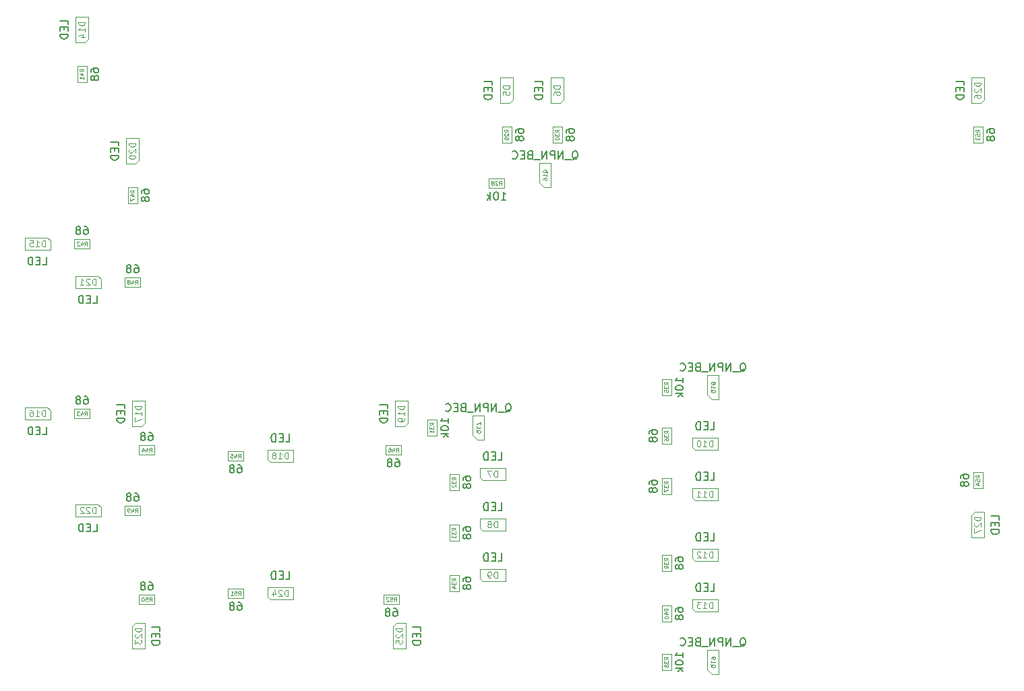
<source format=gbr>
G04 #@! TF.GenerationSoftware,KiCad,Pcbnew,5.0.2-bee76a0~70~ubuntu16.04.1*
G04 #@! TF.CreationDate,2019-06-13T09:44:47-07:00*
G04 #@! TF.ProjectId,rtl-half-adder,72746c2d-6861-46c6-962d-61646465722e,rev?*
G04 #@! TF.SameCoordinates,Original*
G04 #@! TF.FileFunction,Other,Fab,Bot*
%FSLAX46Y46*%
G04 Gerber Fmt 4.6, Leading zero omitted, Abs format (unit mm)*
G04 Created by KiCad (PCBNEW 5.0.2-bee76a0~70~ubuntu16.04.1) date Thu 13 Jun 2019 09:44:47 AM PDT*
%MOMM*%
%LPD*%
G01*
G04 APERTURE LIST*
%ADD10C,0.100000*%
%ADD11C,0.150000*%
%ADD12C,0.075000*%
%ADD13C,0.080000*%
%ADD14C,0.120000*%
G04 APERTURE END LIST*
D10*
G04 #@! TO.C,Q17*
X125792000Y-103128000D02*
X127192000Y-103128000D01*
X127192000Y-106168000D02*
X127192000Y-103128000D01*
X125792000Y-105598000D02*
X126342000Y-106168000D01*
X126342000Y-106168000D02*
X127192000Y-106168000D01*
X125792000Y-105598000D02*
X125792000Y-103148000D01*
G04 #@! TO.C,Q18*
X155256000Y-98048000D02*
X156656000Y-98048000D01*
X156656000Y-101088000D02*
X156656000Y-98048000D01*
X155256000Y-100518000D02*
X155806000Y-101088000D01*
X155806000Y-101088000D02*
X156656000Y-101088000D01*
X155256000Y-100518000D02*
X155256000Y-98068000D01*
G04 #@! TO.C,R28*
X127778000Y-74514000D02*
X129778000Y-74514000D01*
X127778000Y-73314000D02*
X127778000Y-74514000D01*
X129778000Y-73314000D02*
X127778000Y-73314000D01*
X129778000Y-74514000D02*
X129778000Y-73314000D01*
G04 #@! TO.C,R29*
X130648000Y-68818000D02*
X130648000Y-66818000D01*
X129448000Y-68818000D02*
X130648000Y-68818000D01*
X129448000Y-66818000D02*
X129448000Y-68818000D01*
X130648000Y-66818000D02*
X129448000Y-66818000D01*
G04 #@! TO.C,R34*
X124044000Y-125206000D02*
X124044000Y-123206000D01*
X122844000Y-125206000D02*
X124044000Y-125206000D01*
X122844000Y-123206000D02*
X122844000Y-125206000D01*
X124044000Y-123206000D02*
X122844000Y-123206000D01*
G04 #@! TO.C,R35*
X150714000Y-100568000D02*
X150714000Y-98568000D01*
X149514000Y-100568000D02*
X150714000Y-100568000D01*
X149514000Y-98568000D02*
X149514000Y-100568000D01*
X150714000Y-98568000D02*
X149514000Y-98568000D01*
G04 #@! TO.C,R36*
X149514000Y-104664000D02*
X149514000Y-106664000D01*
X150714000Y-104664000D02*
X149514000Y-104664000D01*
X150714000Y-106664000D02*
X150714000Y-104664000D01*
X149514000Y-106664000D02*
X150714000Y-106664000D01*
G04 #@! TO.C,R37*
X149514000Y-111014000D02*
X149514000Y-113014000D01*
X150714000Y-111014000D02*
X149514000Y-111014000D01*
X150714000Y-113014000D02*
X150714000Y-111014000D01*
X149514000Y-113014000D02*
X150714000Y-113014000D01*
G04 #@! TO.C,R39*
X150714000Y-122666000D02*
X150714000Y-120666000D01*
X149514000Y-122666000D02*
X150714000Y-122666000D01*
X149514000Y-120666000D02*
X149514000Y-122666000D01*
X150714000Y-120666000D02*
X149514000Y-120666000D01*
G04 #@! TO.C,D5*
X130848000Y-60630000D02*
X130848000Y-63430000D01*
X129248000Y-60630000D02*
X130848000Y-60630000D01*
X130448000Y-63830000D02*
X129248000Y-63830000D01*
X129248000Y-63830000D02*
X129248000Y-60630000D01*
X130848000Y-63430000D02*
X130448000Y-63830000D01*
G04 #@! TO.C,D6*
X137198000Y-60630000D02*
X137198000Y-63430000D01*
X135598000Y-60630000D02*
X137198000Y-60630000D01*
X136798000Y-63830000D02*
X135598000Y-63830000D01*
X135598000Y-63830000D02*
X135598000Y-60630000D01*
X137198000Y-63430000D02*
X136798000Y-63830000D01*
G04 #@! TO.C,D10*
X156540000Y-107480000D02*
X153740000Y-107480000D01*
X156540000Y-105880000D02*
X156540000Y-107480000D01*
X153340000Y-107080000D02*
X153340000Y-105880000D01*
X153340000Y-105880000D02*
X156540000Y-105880000D01*
X153740000Y-107480000D02*
X153340000Y-107080000D01*
G04 #@! TO.C,D11*
X156540000Y-113830000D02*
X153740000Y-113830000D01*
X156540000Y-112230000D02*
X156540000Y-113830000D01*
X153340000Y-113430000D02*
X153340000Y-112230000D01*
X153340000Y-112230000D02*
X156540000Y-112230000D01*
X153740000Y-113830000D02*
X153340000Y-113430000D01*
G04 #@! TO.C,D12*
X156540000Y-121450000D02*
X153740000Y-121450000D01*
X156540000Y-119850000D02*
X156540000Y-121450000D01*
X153340000Y-121050000D02*
X153340000Y-119850000D01*
X153340000Y-119850000D02*
X156540000Y-119850000D01*
X153740000Y-121450000D02*
X153340000Y-121050000D01*
G04 #@! TO.C,D7*
X129870000Y-111290000D02*
X127070000Y-111290000D01*
X129870000Y-109690000D02*
X129870000Y-111290000D01*
X126670000Y-110890000D02*
X126670000Y-109690000D01*
X126670000Y-109690000D02*
X129870000Y-109690000D01*
X127070000Y-111290000D02*
X126670000Y-110890000D01*
G04 #@! TO.C,D8*
X129870000Y-117640000D02*
X127070000Y-117640000D01*
X129870000Y-116040000D02*
X129870000Y-117640000D01*
X126670000Y-117240000D02*
X126670000Y-116040000D01*
X126670000Y-116040000D02*
X129870000Y-116040000D01*
X127070000Y-117640000D02*
X126670000Y-117240000D01*
G04 #@! TO.C,R30*
X136998000Y-68809000D02*
X136998000Y-66809000D01*
X135798000Y-68809000D02*
X136998000Y-68809000D01*
X135798000Y-66809000D02*
X135798000Y-68809000D01*
X136998000Y-66809000D02*
X135798000Y-66809000D01*
G04 #@! TO.C,R31*
X121250000Y-105648000D02*
X121250000Y-103648000D01*
X120050000Y-105648000D02*
X121250000Y-105648000D01*
X120050000Y-103648000D02*
X120050000Y-105648000D01*
X121250000Y-103648000D02*
X120050000Y-103648000D01*
G04 #@! TO.C,D9*
X129870000Y-123990000D02*
X127070000Y-123990000D01*
X129870000Y-122390000D02*
X129870000Y-123990000D01*
X126670000Y-123590000D02*
X126670000Y-122390000D01*
X126670000Y-122390000D02*
X129870000Y-122390000D01*
X127070000Y-123990000D02*
X126670000Y-123590000D01*
G04 #@! TO.C,D13*
X156540000Y-127800000D02*
X153740000Y-127800000D01*
X156540000Y-126200000D02*
X156540000Y-127800000D01*
X153340000Y-127400000D02*
X153340000Y-126200000D01*
X153340000Y-126200000D02*
X156540000Y-126200000D01*
X153740000Y-127800000D02*
X153340000Y-127400000D01*
G04 #@! TO.C,Q16*
X134174000Y-71378000D02*
X135574000Y-71378000D01*
X135574000Y-74418000D02*
X135574000Y-71378000D01*
X134174000Y-73848000D02*
X134724000Y-74418000D01*
X134724000Y-74418000D02*
X135574000Y-74418000D01*
X134174000Y-73848000D02*
X134174000Y-71398000D01*
G04 #@! TO.C,Q19*
X155256000Y-132592000D02*
X156656000Y-132592000D01*
X156656000Y-135632000D02*
X156656000Y-132592000D01*
X155256000Y-135062000D02*
X155806000Y-135632000D01*
X155806000Y-135632000D02*
X156656000Y-135632000D01*
X155256000Y-135062000D02*
X155256000Y-132612000D01*
G04 #@! TO.C,R32*
X124044000Y-112506000D02*
X124044000Y-110506000D01*
X122844000Y-112506000D02*
X124044000Y-112506000D01*
X122844000Y-110506000D02*
X122844000Y-112506000D01*
X124044000Y-110506000D02*
X122844000Y-110506000D01*
G04 #@! TO.C,R33*
X124044000Y-118856000D02*
X124044000Y-116856000D01*
X122844000Y-118856000D02*
X124044000Y-118856000D01*
X122844000Y-116856000D02*
X122844000Y-118856000D01*
X124044000Y-116856000D02*
X122844000Y-116856000D01*
G04 #@! TO.C,R38*
X150714000Y-135112000D02*
X150714000Y-133112000D01*
X149514000Y-135112000D02*
X150714000Y-135112000D01*
X149514000Y-133112000D02*
X149514000Y-135112000D01*
X150714000Y-133112000D02*
X149514000Y-133112000D01*
G04 #@! TO.C,R40*
X150714000Y-129016000D02*
X150714000Y-127016000D01*
X149514000Y-129016000D02*
X150714000Y-129016000D01*
X149514000Y-127016000D02*
X149514000Y-129016000D01*
X150714000Y-127016000D02*
X149514000Y-127016000D01*
G04 #@! TO.C,D14*
X77508000Y-53010000D02*
X77508000Y-55810000D01*
X75908000Y-53010000D02*
X77508000Y-53010000D01*
X77108000Y-56210000D02*
X75908000Y-56210000D01*
X75908000Y-56210000D02*
X75908000Y-53010000D01*
X77508000Y-55810000D02*
X77108000Y-56210000D01*
G04 #@! TO.C,D15*
X69520000Y-80734000D02*
X72320000Y-80734000D01*
X69520000Y-82334000D02*
X69520000Y-80734000D01*
X72720000Y-81134000D02*
X72720000Y-82334000D01*
X72720000Y-82334000D02*
X69520000Y-82334000D01*
X72320000Y-80734000D02*
X72720000Y-81134000D01*
G04 #@! TO.C,D16*
X72320000Y-102070000D02*
X72720000Y-102470000D01*
X72720000Y-103670000D02*
X69520000Y-103670000D01*
X72720000Y-102470000D02*
X72720000Y-103670000D01*
X69520000Y-103670000D02*
X69520000Y-102070000D01*
X69520000Y-102070000D02*
X72320000Y-102070000D01*
G04 #@! TO.C,D17*
X84620000Y-101270000D02*
X84620000Y-104070000D01*
X83020000Y-101270000D02*
X84620000Y-101270000D01*
X84220000Y-104470000D02*
X83020000Y-104470000D01*
X83020000Y-104470000D02*
X83020000Y-101270000D01*
X84620000Y-104070000D02*
X84220000Y-104470000D01*
G04 #@! TO.C,D18*
X100400000Y-109004000D02*
X100000000Y-108604000D01*
X100000000Y-107404000D02*
X103200000Y-107404000D01*
X100000000Y-108604000D02*
X100000000Y-107404000D01*
X103200000Y-107404000D02*
X103200000Y-109004000D01*
X103200000Y-109004000D02*
X100400000Y-109004000D01*
G04 #@! TO.C,D19*
X117640000Y-101270000D02*
X117640000Y-104070000D01*
X116040000Y-101270000D02*
X117640000Y-101270000D01*
X117240000Y-104470000D02*
X116040000Y-104470000D01*
X116040000Y-104470000D02*
X116040000Y-101270000D01*
X117640000Y-104070000D02*
X117240000Y-104470000D01*
G04 #@! TO.C,D20*
X83858000Y-71050000D02*
X83458000Y-71450000D01*
X82258000Y-71450000D02*
X82258000Y-68250000D01*
X83458000Y-71450000D02*
X82258000Y-71450000D01*
X82258000Y-68250000D02*
X83858000Y-68250000D01*
X83858000Y-68250000D02*
X83858000Y-71050000D01*
G04 #@! TO.C,D21*
X78670000Y-85560000D02*
X79070000Y-85960000D01*
X79070000Y-87160000D02*
X75870000Y-87160000D01*
X79070000Y-85960000D02*
X79070000Y-87160000D01*
X75870000Y-87160000D02*
X75870000Y-85560000D01*
X75870000Y-85560000D02*
X78670000Y-85560000D01*
G04 #@! TO.C,D22*
X78670000Y-114262000D02*
X79070000Y-114662000D01*
X79070000Y-115862000D02*
X75870000Y-115862000D01*
X79070000Y-114662000D02*
X79070000Y-115862000D01*
X75870000Y-115862000D02*
X75870000Y-114262000D01*
X75870000Y-114262000D02*
X78670000Y-114262000D01*
G04 #@! TO.C,D23*
X83020000Y-132410000D02*
X83020000Y-129610000D01*
X84620000Y-132410000D02*
X83020000Y-132410000D01*
X83420000Y-129210000D02*
X84620000Y-129210000D01*
X84620000Y-129210000D02*
X84620000Y-132410000D01*
X83020000Y-129610000D02*
X83420000Y-129210000D01*
G04 #@! TO.C,D24*
X103200000Y-126276000D02*
X100400000Y-126276000D01*
X103200000Y-124676000D02*
X103200000Y-126276000D01*
X100000000Y-125876000D02*
X100000000Y-124676000D01*
X100000000Y-124676000D02*
X103200000Y-124676000D01*
X100400000Y-126276000D02*
X100000000Y-125876000D01*
G04 #@! TO.C,D25*
X115786000Y-132410000D02*
X115786000Y-129610000D01*
X117386000Y-132410000D02*
X115786000Y-132410000D01*
X116186000Y-129210000D02*
X117386000Y-129210000D01*
X117386000Y-129210000D02*
X117386000Y-132410000D01*
X115786000Y-129610000D02*
X116186000Y-129210000D01*
G04 #@! TO.C,D26*
X190030000Y-60630000D02*
X190030000Y-63430000D01*
X188430000Y-60630000D02*
X190030000Y-60630000D01*
X189630000Y-63830000D02*
X188430000Y-63830000D01*
X188430000Y-63830000D02*
X188430000Y-60630000D01*
X190030000Y-63430000D02*
X189630000Y-63830000D01*
G04 #@! TO.C,D27*
X188430000Y-115640000D02*
X188830000Y-115240000D01*
X190030000Y-115240000D02*
X190030000Y-118440000D01*
X188830000Y-115240000D02*
X190030000Y-115240000D01*
X190030000Y-118440000D02*
X188430000Y-118440000D01*
X188430000Y-118440000D02*
X188430000Y-115640000D01*
G04 #@! TO.C,R41*
X77308000Y-59207000D02*
X76108000Y-59207000D01*
X76108000Y-59207000D02*
X76108000Y-61207000D01*
X76108000Y-61207000D02*
X77308000Y-61207000D01*
X77308000Y-61207000D02*
X77308000Y-59207000D01*
G04 #@! TO.C,R42*
X77708000Y-80934000D02*
X75708000Y-80934000D01*
X77708000Y-82134000D02*
X77708000Y-80934000D01*
X75708000Y-82134000D02*
X77708000Y-82134000D01*
X75708000Y-80934000D02*
X75708000Y-82134000D01*
G04 #@! TO.C,R43*
X75708000Y-102270000D02*
X75708000Y-103470000D01*
X75708000Y-103470000D02*
X77708000Y-103470000D01*
X77708000Y-103470000D02*
X77708000Y-102270000D01*
X77708000Y-102270000D02*
X75708000Y-102270000D01*
G04 #@! TO.C,R44*
X83836000Y-106842000D02*
X83836000Y-108042000D01*
X83836000Y-108042000D02*
X85836000Y-108042000D01*
X85836000Y-108042000D02*
X85836000Y-106842000D01*
X85836000Y-106842000D02*
X83836000Y-106842000D01*
G04 #@! TO.C,R45*
X97003000Y-108804000D02*
X97003000Y-107604000D01*
X97003000Y-107604000D02*
X95003000Y-107604000D01*
X95003000Y-107604000D02*
X95003000Y-108804000D01*
X95003000Y-108804000D02*
X97003000Y-108804000D01*
G04 #@! TO.C,R46*
X114824000Y-108042000D02*
X116824000Y-108042000D01*
X114824000Y-106842000D02*
X114824000Y-108042000D01*
X116824000Y-106842000D02*
X114824000Y-106842000D01*
X116824000Y-108042000D02*
X116824000Y-106842000D01*
G04 #@! TO.C,R47*
X83658000Y-76438000D02*
X83658000Y-74438000D01*
X82458000Y-76438000D02*
X83658000Y-76438000D01*
X82458000Y-74438000D02*
X82458000Y-76438000D01*
X83658000Y-74438000D02*
X82458000Y-74438000D01*
G04 #@! TO.C,R48*
X82058000Y-85760000D02*
X82058000Y-86960000D01*
X82058000Y-86960000D02*
X84058000Y-86960000D01*
X84058000Y-86960000D02*
X84058000Y-85760000D01*
X84058000Y-85760000D02*
X82058000Y-85760000D01*
G04 #@! TO.C,R49*
X82058000Y-114462000D02*
X82058000Y-115662000D01*
X82058000Y-115662000D02*
X84058000Y-115662000D01*
X84058000Y-115662000D02*
X84058000Y-114462000D01*
X84058000Y-114462000D02*
X82058000Y-114462000D01*
G04 #@! TO.C,R50*
X85836000Y-125638000D02*
X83836000Y-125638000D01*
X85836000Y-126838000D02*
X85836000Y-125638000D01*
X83836000Y-126838000D02*
X85836000Y-126838000D01*
X83836000Y-125638000D02*
X83836000Y-126838000D01*
G04 #@! TO.C,R51*
X95012000Y-126076000D02*
X97012000Y-126076000D01*
X95012000Y-124876000D02*
X95012000Y-126076000D01*
X97012000Y-124876000D02*
X95012000Y-124876000D01*
X97012000Y-126076000D02*
X97012000Y-124876000D01*
G04 #@! TO.C,R52*
X114570000Y-126838000D02*
X116570000Y-126838000D01*
X114570000Y-125638000D02*
X114570000Y-126838000D01*
X116570000Y-125638000D02*
X114570000Y-125638000D01*
X116570000Y-126838000D02*
X116570000Y-125638000D01*
G04 #@! TO.C,R53*
X189830000Y-66818000D02*
X188630000Y-66818000D01*
X188630000Y-66818000D02*
X188630000Y-68818000D01*
X188630000Y-68818000D02*
X189830000Y-68818000D01*
X189830000Y-68818000D02*
X189830000Y-66818000D01*
G04 #@! TO.C,R54*
X188630000Y-110252000D02*
X188630000Y-112252000D01*
X189830000Y-110252000D02*
X188630000Y-110252000D01*
X189830000Y-112252000D02*
X189830000Y-110252000D01*
X188630000Y-112252000D02*
X189830000Y-112252000D01*
G04 #@! TD*
G04 #@! TO.C,Q17*
D11*
X129872952Y-102695619D02*
X129968190Y-102648000D01*
X130063428Y-102552761D01*
X130206285Y-102409904D01*
X130301523Y-102362285D01*
X130396761Y-102362285D01*
X130349142Y-102600380D02*
X130444380Y-102552761D01*
X130539619Y-102457523D01*
X130587238Y-102267047D01*
X130587238Y-101933714D01*
X130539619Y-101743238D01*
X130444380Y-101648000D01*
X130349142Y-101600380D01*
X130158666Y-101600380D01*
X130063428Y-101648000D01*
X129968190Y-101743238D01*
X129920571Y-101933714D01*
X129920571Y-102267047D01*
X129968190Y-102457523D01*
X130063428Y-102552761D01*
X130158666Y-102600380D01*
X130349142Y-102600380D01*
X129730095Y-102695619D02*
X128968190Y-102695619D01*
X128730095Y-102600380D02*
X128730095Y-101600380D01*
X128158666Y-102600380D01*
X128158666Y-101600380D01*
X127682476Y-102600380D02*
X127682476Y-101600380D01*
X127301523Y-101600380D01*
X127206285Y-101648000D01*
X127158666Y-101695619D01*
X127111047Y-101790857D01*
X127111047Y-101933714D01*
X127158666Y-102028952D01*
X127206285Y-102076571D01*
X127301523Y-102124190D01*
X127682476Y-102124190D01*
X126682476Y-102600380D02*
X126682476Y-101600380D01*
X126111047Y-102600380D01*
X126111047Y-101600380D01*
X125872952Y-102695619D02*
X125111047Y-102695619D01*
X124539619Y-102076571D02*
X124396761Y-102124190D01*
X124349142Y-102171809D01*
X124301523Y-102267047D01*
X124301523Y-102409904D01*
X124349142Y-102505142D01*
X124396761Y-102552761D01*
X124492000Y-102600380D01*
X124872952Y-102600380D01*
X124872952Y-101600380D01*
X124539619Y-101600380D01*
X124444380Y-101648000D01*
X124396761Y-101695619D01*
X124349142Y-101790857D01*
X124349142Y-101886095D01*
X124396761Y-101981333D01*
X124444380Y-102028952D01*
X124539619Y-102076571D01*
X124872952Y-102076571D01*
X123872952Y-102076571D02*
X123539619Y-102076571D01*
X123396761Y-102600380D02*
X123872952Y-102600380D01*
X123872952Y-101600380D01*
X123396761Y-101600380D01*
X122396761Y-102505142D02*
X122444380Y-102552761D01*
X122587238Y-102600380D01*
X122682476Y-102600380D01*
X122825333Y-102552761D01*
X122920571Y-102457523D01*
X122968190Y-102362285D01*
X123015809Y-102171809D01*
X123015809Y-102028952D01*
X122968190Y-101838476D01*
X122920571Y-101743238D01*
X122825333Y-101648000D01*
X122682476Y-101600380D01*
X122587238Y-101600380D01*
X122444380Y-101648000D01*
X122396761Y-101695619D01*
D12*
X126218190Y-104933714D02*
X126242000Y-104981333D01*
X126289619Y-105028952D01*
X126361047Y-105100380D01*
X126384857Y-105148000D01*
X126384857Y-105195619D01*
X126265809Y-105171809D02*
X126289619Y-105219428D01*
X126337238Y-105267047D01*
X126432476Y-105290857D01*
X126599142Y-105290857D01*
X126694380Y-105267047D01*
X126742000Y-105219428D01*
X126765809Y-105171809D01*
X126765809Y-105076571D01*
X126742000Y-105028952D01*
X126694380Y-104981333D01*
X126599142Y-104957523D01*
X126432476Y-104957523D01*
X126337238Y-104981333D01*
X126289619Y-105028952D01*
X126265809Y-105076571D01*
X126265809Y-105171809D01*
X126265809Y-104481333D02*
X126265809Y-104767047D01*
X126265809Y-104624190D02*
X126765809Y-104624190D01*
X126694380Y-104671809D01*
X126646761Y-104719428D01*
X126622952Y-104767047D01*
X126765809Y-104314666D02*
X126765809Y-103981333D01*
X126265809Y-104195619D01*
G04 #@! TO.C,Q18*
D11*
X159336952Y-97615619D02*
X159432190Y-97568000D01*
X159527428Y-97472761D01*
X159670285Y-97329904D01*
X159765523Y-97282285D01*
X159860761Y-97282285D01*
X159813142Y-97520380D02*
X159908380Y-97472761D01*
X160003619Y-97377523D01*
X160051238Y-97187047D01*
X160051238Y-96853714D01*
X160003619Y-96663238D01*
X159908380Y-96568000D01*
X159813142Y-96520380D01*
X159622666Y-96520380D01*
X159527428Y-96568000D01*
X159432190Y-96663238D01*
X159384571Y-96853714D01*
X159384571Y-97187047D01*
X159432190Y-97377523D01*
X159527428Y-97472761D01*
X159622666Y-97520380D01*
X159813142Y-97520380D01*
X159194095Y-97615619D02*
X158432190Y-97615619D01*
X158194095Y-97520380D02*
X158194095Y-96520380D01*
X157622666Y-97520380D01*
X157622666Y-96520380D01*
X157146476Y-97520380D02*
X157146476Y-96520380D01*
X156765523Y-96520380D01*
X156670285Y-96568000D01*
X156622666Y-96615619D01*
X156575047Y-96710857D01*
X156575047Y-96853714D01*
X156622666Y-96948952D01*
X156670285Y-96996571D01*
X156765523Y-97044190D01*
X157146476Y-97044190D01*
X156146476Y-97520380D02*
X156146476Y-96520380D01*
X155575047Y-97520380D01*
X155575047Y-96520380D01*
X155336952Y-97615619D02*
X154575047Y-97615619D01*
X154003619Y-96996571D02*
X153860761Y-97044190D01*
X153813142Y-97091809D01*
X153765523Y-97187047D01*
X153765523Y-97329904D01*
X153813142Y-97425142D01*
X153860761Y-97472761D01*
X153956000Y-97520380D01*
X154336952Y-97520380D01*
X154336952Y-96520380D01*
X154003619Y-96520380D01*
X153908380Y-96568000D01*
X153860761Y-96615619D01*
X153813142Y-96710857D01*
X153813142Y-96806095D01*
X153860761Y-96901333D01*
X153908380Y-96948952D01*
X154003619Y-96996571D01*
X154336952Y-96996571D01*
X153336952Y-96996571D02*
X153003619Y-96996571D01*
X152860761Y-97520380D02*
X153336952Y-97520380D01*
X153336952Y-96520380D01*
X152860761Y-96520380D01*
X151860761Y-97425142D02*
X151908380Y-97472761D01*
X152051238Y-97520380D01*
X152146476Y-97520380D01*
X152289333Y-97472761D01*
X152384571Y-97377523D01*
X152432190Y-97282285D01*
X152479809Y-97091809D01*
X152479809Y-96948952D01*
X152432190Y-96758476D01*
X152384571Y-96663238D01*
X152289333Y-96568000D01*
X152146476Y-96520380D01*
X152051238Y-96520380D01*
X151908380Y-96568000D01*
X151860761Y-96615619D01*
D12*
X155682190Y-99853714D02*
X155706000Y-99901333D01*
X155753619Y-99948952D01*
X155825047Y-100020380D01*
X155848857Y-100068000D01*
X155848857Y-100115619D01*
X155729809Y-100091809D02*
X155753619Y-100139428D01*
X155801238Y-100187047D01*
X155896476Y-100210857D01*
X156063142Y-100210857D01*
X156158380Y-100187047D01*
X156206000Y-100139428D01*
X156229809Y-100091809D01*
X156229809Y-99996571D01*
X156206000Y-99948952D01*
X156158380Y-99901333D01*
X156063142Y-99877523D01*
X155896476Y-99877523D01*
X155801238Y-99901333D01*
X155753619Y-99948952D01*
X155729809Y-99996571D01*
X155729809Y-100091809D01*
X155729809Y-99401333D02*
X155729809Y-99687047D01*
X155729809Y-99544190D02*
X156229809Y-99544190D01*
X156158380Y-99591809D01*
X156110761Y-99639428D01*
X156086952Y-99687047D01*
X156015523Y-99115619D02*
X156039333Y-99163238D01*
X156063142Y-99187047D01*
X156110761Y-99210857D01*
X156134571Y-99210857D01*
X156182190Y-99187047D01*
X156206000Y-99163238D01*
X156229809Y-99115619D01*
X156229809Y-99020380D01*
X156206000Y-98972761D01*
X156182190Y-98948952D01*
X156134571Y-98925142D01*
X156110761Y-98925142D01*
X156063142Y-98948952D01*
X156039333Y-98972761D01*
X156015523Y-99020380D01*
X156015523Y-99115619D01*
X155991714Y-99163238D01*
X155967904Y-99187047D01*
X155920285Y-99210857D01*
X155825047Y-99210857D01*
X155777428Y-99187047D01*
X155753619Y-99163238D01*
X155729809Y-99115619D01*
X155729809Y-99020380D01*
X155753619Y-98972761D01*
X155777428Y-98948952D01*
X155825047Y-98925142D01*
X155920285Y-98925142D01*
X155967904Y-98948952D01*
X155991714Y-98972761D01*
X156015523Y-99020380D01*
G04 #@! TO.C,R28*
D11*
X129373238Y-76016380D02*
X129944666Y-76016380D01*
X129658952Y-76016380D02*
X129658952Y-75016380D01*
X129754190Y-75159238D01*
X129849428Y-75254476D01*
X129944666Y-75302095D01*
X128754190Y-75016380D02*
X128658952Y-75016380D01*
X128563714Y-75064000D01*
X128516095Y-75111619D01*
X128468476Y-75206857D01*
X128420857Y-75397333D01*
X128420857Y-75635428D01*
X128468476Y-75825904D01*
X128516095Y-75921142D01*
X128563714Y-75968761D01*
X128658952Y-76016380D01*
X128754190Y-76016380D01*
X128849428Y-75968761D01*
X128897047Y-75921142D01*
X128944666Y-75825904D01*
X128992285Y-75635428D01*
X128992285Y-75397333D01*
X128944666Y-75206857D01*
X128897047Y-75111619D01*
X128849428Y-75064000D01*
X128754190Y-75016380D01*
X127992285Y-76016380D02*
X127992285Y-75016380D01*
X127897047Y-75635428D02*
X127611333Y-76016380D01*
X127611333Y-75349714D02*
X127992285Y-75730666D01*
D13*
X129099428Y-74140190D02*
X129266095Y-73902095D01*
X129385142Y-74140190D02*
X129385142Y-73640190D01*
X129194666Y-73640190D01*
X129147047Y-73664000D01*
X129123238Y-73687809D01*
X129099428Y-73735428D01*
X129099428Y-73806857D01*
X129123238Y-73854476D01*
X129147047Y-73878285D01*
X129194666Y-73902095D01*
X129385142Y-73902095D01*
X128908952Y-73687809D02*
X128885142Y-73664000D01*
X128837523Y-73640190D01*
X128718476Y-73640190D01*
X128670857Y-73664000D01*
X128647047Y-73687809D01*
X128623238Y-73735428D01*
X128623238Y-73783047D01*
X128647047Y-73854476D01*
X128932761Y-74140190D01*
X128623238Y-74140190D01*
X128337523Y-73854476D02*
X128385142Y-73830666D01*
X128408952Y-73806857D01*
X128432761Y-73759238D01*
X128432761Y-73735428D01*
X128408952Y-73687809D01*
X128385142Y-73664000D01*
X128337523Y-73640190D01*
X128242285Y-73640190D01*
X128194666Y-73664000D01*
X128170857Y-73687809D01*
X128147047Y-73735428D01*
X128147047Y-73759238D01*
X128170857Y-73806857D01*
X128194666Y-73830666D01*
X128242285Y-73854476D01*
X128337523Y-73854476D01*
X128385142Y-73878285D01*
X128408952Y-73902095D01*
X128432761Y-73949714D01*
X128432761Y-74044952D01*
X128408952Y-74092571D01*
X128385142Y-74116380D01*
X128337523Y-74140190D01*
X128242285Y-74140190D01*
X128194666Y-74116380D01*
X128170857Y-74092571D01*
X128147047Y-74044952D01*
X128147047Y-73949714D01*
X128170857Y-73902095D01*
X128194666Y-73878285D01*
X128242285Y-73854476D01*
G04 #@! TO.C,R29*
D11*
X131151380Y-67532285D02*
X131151380Y-67341809D01*
X131199000Y-67246571D01*
X131246619Y-67198952D01*
X131389476Y-67103714D01*
X131579952Y-67056095D01*
X131960904Y-67056095D01*
X132056142Y-67103714D01*
X132103761Y-67151333D01*
X132151380Y-67246571D01*
X132151380Y-67437047D01*
X132103761Y-67532285D01*
X132056142Y-67579904D01*
X131960904Y-67627523D01*
X131722809Y-67627523D01*
X131627571Y-67579904D01*
X131579952Y-67532285D01*
X131532333Y-67437047D01*
X131532333Y-67246571D01*
X131579952Y-67151333D01*
X131627571Y-67103714D01*
X131722809Y-67056095D01*
X131579952Y-68198952D02*
X131532333Y-68103714D01*
X131484714Y-68056095D01*
X131389476Y-68008476D01*
X131341857Y-68008476D01*
X131246619Y-68056095D01*
X131199000Y-68103714D01*
X131151380Y-68198952D01*
X131151380Y-68389428D01*
X131199000Y-68484666D01*
X131246619Y-68532285D01*
X131341857Y-68579904D01*
X131389476Y-68579904D01*
X131484714Y-68532285D01*
X131532333Y-68484666D01*
X131579952Y-68389428D01*
X131579952Y-68198952D01*
X131627571Y-68103714D01*
X131675190Y-68056095D01*
X131770428Y-68008476D01*
X131960904Y-68008476D01*
X132056142Y-68056095D01*
X132103761Y-68103714D01*
X132151380Y-68198952D01*
X132151380Y-68389428D01*
X132103761Y-68484666D01*
X132056142Y-68532285D01*
X131960904Y-68579904D01*
X131770428Y-68579904D01*
X131675190Y-68532285D01*
X131627571Y-68484666D01*
X131579952Y-68389428D01*
D13*
X130274190Y-67496571D02*
X130036095Y-67329904D01*
X130274190Y-67210857D02*
X129774190Y-67210857D01*
X129774190Y-67401333D01*
X129798000Y-67448952D01*
X129821809Y-67472761D01*
X129869428Y-67496571D01*
X129940857Y-67496571D01*
X129988476Y-67472761D01*
X130012285Y-67448952D01*
X130036095Y-67401333D01*
X130036095Y-67210857D01*
X129821809Y-67687047D02*
X129798000Y-67710857D01*
X129774190Y-67758476D01*
X129774190Y-67877523D01*
X129798000Y-67925142D01*
X129821809Y-67948952D01*
X129869428Y-67972761D01*
X129917047Y-67972761D01*
X129988476Y-67948952D01*
X130274190Y-67663238D01*
X130274190Y-67972761D01*
X130274190Y-68210857D02*
X130274190Y-68306095D01*
X130250380Y-68353714D01*
X130226571Y-68377523D01*
X130155142Y-68425142D01*
X130059904Y-68448952D01*
X129869428Y-68448952D01*
X129821809Y-68425142D01*
X129798000Y-68401333D01*
X129774190Y-68353714D01*
X129774190Y-68258476D01*
X129798000Y-68210857D01*
X129821809Y-68187047D01*
X129869428Y-68163238D01*
X129988476Y-68163238D01*
X130036095Y-68187047D01*
X130059904Y-68210857D01*
X130083714Y-68258476D01*
X130083714Y-68353714D01*
X130059904Y-68401333D01*
X130036095Y-68425142D01*
X129988476Y-68448952D01*
G04 #@! TO.C,R34*
D11*
X124546380Y-123920285D02*
X124546380Y-123729809D01*
X124594000Y-123634571D01*
X124641619Y-123586952D01*
X124784476Y-123491714D01*
X124974952Y-123444095D01*
X125355904Y-123444095D01*
X125451142Y-123491714D01*
X125498761Y-123539333D01*
X125546380Y-123634571D01*
X125546380Y-123825047D01*
X125498761Y-123920285D01*
X125451142Y-123967904D01*
X125355904Y-124015523D01*
X125117809Y-124015523D01*
X125022571Y-123967904D01*
X124974952Y-123920285D01*
X124927333Y-123825047D01*
X124927333Y-123634571D01*
X124974952Y-123539333D01*
X125022571Y-123491714D01*
X125117809Y-123444095D01*
X124974952Y-124586952D02*
X124927333Y-124491714D01*
X124879714Y-124444095D01*
X124784476Y-124396476D01*
X124736857Y-124396476D01*
X124641619Y-124444095D01*
X124594000Y-124491714D01*
X124546380Y-124586952D01*
X124546380Y-124777428D01*
X124594000Y-124872666D01*
X124641619Y-124920285D01*
X124736857Y-124967904D01*
X124784476Y-124967904D01*
X124879714Y-124920285D01*
X124927333Y-124872666D01*
X124974952Y-124777428D01*
X124974952Y-124586952D01*
X125022571Y-124491714D01*
X125070190Y-124444095D01*
X125165428Y-124396476D01*
X125355904Y-124396476D01*
X125451142Y-124444095D01*
X125498761Y-124491714D01*
X125546380Y-124586952D01*
X125546380Y-124777428D01*
X125498761Y-124872666D01*
X125451142Y-124920285D01*
X125355904Y-124967904D01*
X125165428Y-124967904D01*
X125070190Y-124920285D01*
X125022571Y-124872666D01*
X124974952Y-124777428D01*
D13*
X123670190Y-123884571D02*
X123432095Y-123717904D01*
X123670190Y-123598857D02*
X123170190Y-123598857D01*
X123170190Y-123789333D01*
X123194000Y-123836952D01*
X123217809Y-123860761D01*
X123265428Y-123884571D01*
X123336857Y-123884571D01*
X123384476Y-123860761D01*
X123408285Y-123836952D01*
X123432095Y-123789333D01*
X123432095Y-123598857D01*
X123170190Y-124051238D02*
X123170190Y-124360761D01*
X123360666Y-124194095D01*
X123360666Y-124265523D01*
X123384476Y-124313142D01*
X123408285Y-124336952D01*
X123455904Y-124360761D01*
X123574952Y-124360761D01*
X123622571Y-124336952D01*
X123646380Y-124313142D01*
X123670190Y-124265523D01*
X123670190Y-124122666D01*
X123646380Y-124075047D01*
X123622571Y-124051238D01*
X123336857Y-124789333D02*
X123670190Y-124789333D01*
X123146380Y-124670285D02*
X123503523Y-124551238D01*
X123503523Y-124860761D01*
G04 #@! TO.C,R35*
D11*
X152216380Y-98972761D02*
X152216380Y-98401333D01*
X152216380Y-98687047D02*
X151216380Y-98687047D01*
X151359238Y-98591809D01*
X151454476Y-98496571D01*
X151502095Y-98401333D01*
X151216380Y-99591809D02*
X151216380Y-99687047D01*
X151264000Y-99782285D01*
X151311619Y-99829904D01*
X151406857Y-99877523D01*
X151597333Y-99925142D01*
X151835428Y-99925142D01*
X152025904Y-99877523D01*
X152121142Y-99829904D01*
X152168761Y-99782285D01*
X152216380Y-99687047D01*
X152216380Y-99591809D01*
X152168761Y-99496571D01*
X152121142Y-99448952D01*
X152025904Y-99401333D01*
X151835428Y-99353714D01*
X151597333Y-99353714D01*
X151406857Y-99401333D01*
X151311619Y-99448952D01*
X151264000Y-99496571D01*
X151216380Y-99591809D01*
X152216380Y-100353714D02*
X151216380Y-100353714D01*
X151835428Y-100448952D02*
X152216380Y-100734666D01*
X151549714Y-100734666D02*
X151930666Y-100353714D01*
D13*
X150340190Y-99246571D02*
X150102095Y-99079904D01*
X150340190Y-98960857D02*
X149840190Y-98960857D01*
X149840190Y-99151333D01*
X149864000Y-99198952D01*
X149887809Y-99222761D01*
X149935428Y-99246571D01*
X150006857Y-99246571D01*
X150054476Y-99222761D01*
X150078285Y-99198952D01*
X150102095Y-99151333D01*
X150102095Y-98960857D01*
X149840190Y-99413238D02*
X149840190Y-99722761D01*
X150030666Y-99556095D01*
X150030666Y-99627523D01*
X150054476Y-99675142D01*
X150078285Y-99698952D01*
X150125904Y-99722761D01*
X150244952Y-99722761D01*
X150292571Y-99698952D01*
X150316380Y-99675142D01*
X150340190Y-99627523D01*
X150340190Y-99484666D01*
X150316380Y-99437047D01*
X150292571Y-99413238D01*
X149840190Y-100175142D02*
X149840190Y-99937047D01*
X150078285Y-99913238D01*
X150054476Y-99937047D01*
X150030666Y-99984666D01*
X150030666Y-100103714D01*
X150054476Y-100151333D01*
X150078285Y-100175142D01*
X150125904Y-100198952D01*
X150244952Y-100198952D01*
X150292571Y-100175142D01*
X150316380Y-100151333D01*
X150340190Y-100103714D01*
X150340190Y-99984666D01*
X150316380Y-99937047D01*
X150292571Y-99913238D01*
G04 #@! TO.C,R36*
D11*
X147916380Y-105378285D02*
X147916380Y-105187809D01*
X147964000Y-105092571D01*
X148011619Y-105044952D01*
X148154476Y-104949714D01*
X148344952Y-104902095D01*
X148725904Y-104902095D01*
X148821142Y-104949714D01*
X148868761Y-104997333D01*
X148916380Y-105092571D01*
X148916380Y-105283047D01*
X148868761Y-105378285D01*
X148821142Y-105425904D01*
X148725904Y-105473523D01*
X148487809Y-105473523D01*
X148392571Y-105425904D01*
X148344952Y-105378285D01*
X148297333Y-105283047D01*
X148297333Y-105092571D01*
X148344952Y-104997333D01*
X148392571Y-104949714D01*
X148487809Y-104902095D01*
X148344952Y-106044952D02*
X148297333Y-105949714D01*
X148249714Y-105902095D01*
X148154476Y-105854476D01*
X148106857Y-105854476D01*
X148011619Y-105902095D01*
X147964000Y-105949714D01*
X147916380Y-106044952D01*
X147916380Y-106235428D01*
X147964000Y-106330666D01*
X148011619Y-106378285D01*
X148106857Y-106425904D01*
X148154476Y-106425904D01*
X148249714Y-106378285D01*
X148297333Y-106330666D01*
X148344952Y-106235428D01*
X148344952Y-106044952D01*
X148392571Y-105949714D01*
X148440190Y-105902095D01*
X148535428Y-105854476D01*
X148725904Y-105854476D01*
X148821142Y-105902095D01*
X148868761Y-105949714D01*
X148916380Y-106044952D01*
X148916380Y-106235428D01*
X148868761Y-106330666D01*
X148821142Y-106378285D01*
X148725904Y-106425904D01*
X148535428Y-106425904D01*
X148440190Y-106378285D01*
X148392571Y-106330666D01*
X148344952Y-106235428D01*
D13*
X150340190Y-105342571D02*
X150102095Y-105175904D01*
X150340190Y-105056857D02*
X149840190Y-105056857D01*
X149840190Y-105247333D01*
X149864000Y-105294952D01*
X149887809Y-105318761D01*
X149935428Y-105342571D01*
X150006857Y-105342571D01*
X150054476Y-105318761D01*
X150078285Y-105294952D01*
X150102095Y-105247333D01*
X150102095Y-105056857D01*
X149840190Y-105509238D02*
X149840190Y-105818761D01*
X150030666Y-105652095D01*
X150030666Y-105723523D01*
X150054476Y-105771142D01*
X150078285Y-105794952D01*
X150125904Y-105818761D01*
X150244952Y-105818761D01*
X150292571Y-105794952D01*
X150316380Y-105771142D01*
X150340190Y-105723523D01*
X150340190Y-105580666D01*
X150316380Y-105533047D01*
X150292571Y-105509238D01*
X149840190Y-106247333D02*
X149840190Y-106152095D01*
X149864000Y-106104476D01*
X149887809Y-106080666D01*
X149959238Y-106033047D01*
X150054476Y-106009238D01*
X150244952Y-106009238D01*
X150292571Y-106033047D01*
X150316380Y-106056857D01*
X150340190Y-106104476D01*
X150340190Y-106199714D01*
X150316380Y-106247333D01*
X150292571Y-106271142D01*
X150244952Y-106294952D01*
X150125904Y-106294952D01*
X150078285Y-106271142D01*
X150054476Y-106247333D01*
X150030666Y-106199714D01*
X150030666Y-106104476D01*
X150054476Y-106056857D01*
X150078285Y-106033047D01*
X150125904Y-106009238D01*
G04 #@! TO.C,R37*
D11*
X147916380Y-111728285D02*
X147916380Y-111537809D01*
X147964000Y-111442571D01*
X148011619Y-111394952D01*
X148154476Y-111299714D01*
X148344952Y-111252095D01*
X148725904Y-111252095D01*
X148821142Y-111299714D01*
X148868761Y-111347333D01*
X148916380Y-111442571D01*
X148916380Y-111633047D01*
X148868761Y-111728285D01*
X148821142Y-111775904D01*
X148725904Y-111823523D01*
X148487809Y-111823523D01*
X148392571Y-111775904D01*
X148344952Y-111728285D01*
X148297333Y-111633047D01*
X148297333Y-111442571D01*
X148344952Y-111347333D01*
X148392571Y-111299714D01*
X148487809Y-111252095D01*
X148344952Y-112394952D02*
X148297333Y-112299714D01*
X148249714Y-112252095D01*
X148154476Y-112204476D01*
X148106857Y-112204476D01*
X148011619Y-112252095D01*
X147964000Y-112299714D01*
X147916380Y-112394952D01*
X147916380Y-112585428D01*
X147964000Y-112680666D01*
X148011619Y-112728285D01*
X148106857Y-112775904D01*
X148154476Y-112775904D01*
X148249714Y-112728285D01*
X148297333Y-112680666D01*
X148344952Y-112585428D01*
X148344952Y-112394952D01*
X148392571Y-112299714D01*
X148440190Y-112252095D01*
X148535428Y-112204476D01*
X148725904Y-112204476D01*
X148821142Y-112252095D01*
X148868761Y-112299714D01*
X148916380Y-112394952D01*
X148916380Y-112585428D01*
X148868761Y-112680666D01*
X148821142Y-112728285D01*
X148725904Y-112775904D01*
X148535428Y-112775904D01*
X148440190Y-112728285D01*
X148392571Y-112680666D01*
X148344952Y-112585428D01*
D13*
X150340190Y-111692571D02*
X150102095Y-111525904D01*
X150340190Y-111406857D02*
X149840190Y-111406857D01*
X149840190Y-111597333D01*
X149864000Y-111644952D01*
X149887809Y-111668761D01*
X149935428Y-111692571D01*
X150006857Y-111692571D01*
X150054476Y-111668761D01*
X150078285Y-111644952D01*
X150102095Y-111597333D01*
X150102095Y-111406857D01*
X149840190Y-111859238D02*
X149840190Y-112168761D01*
X150030666Y-112002095D01*
X150030666Y-112073523D01*
X150054476Y-112121142D01*
X150078285Y-112144952D01*
X150125904Y-112168761D01*
X150244952Y-112168761D01*
X150292571Y-112144952D01*
X150316380Y-112121142D01*
X150340190Y-112073523D01*
X150340190Y-111930666D01*
X150316380Y-111883047D01*
X150292571Y-111859238D01*
X149840190Y-112335428D02*
X149840190Y-112668761D01*
X150340190Y-112454476D01*
G04 #@! TO.C,R39*
D11*
X151216380Y-121380285D02*
X151216380Y-121189809D01*
X151264000Y-121094571D01*
X151311619Y-121046952D01*
X151454476Y-120951714D01*
X151644952Y-120904095D01*
X152025904Y-120904095D01*
X152121142Y-120951714D01*
X152168761Y-120999333D01*
X152216380Y-121094571D01*
X152216380Y-121285047D01*
X152168761Y-121380285D01*
X152121142Y-121427904D01*
X152025904Y-121475523D01*
X151787809Y-121475523D01*
X151692571Y-121427904D01*
X151644952Y-121380285D01*
X151597333Y-121285047D01*
X151597333Y-121094571D01*
X151644952Y-120999333D01*
X151692571Y-120951714D01*
X151787809Y-120904095D01*
X151644952Y-122046952D02*
X151597333Y-121951714D01*
X151549714Y-121904095D01*
X151454476Y-121856476D01*
X151406857Y-121856476D01*
X151311619Y-121904095D01*
X151264000Y-121951714D01*
X151216380Y-122046952D01*
X151216380Y-122237428D01*
X151264000Y-122332666D01*
X151311619Y-122380285D01*
X151406857Y-122427904D01*
X151454476Y-122427904D01*
X151549714Y-122380285D01*
X151597333Y-122332666D01*
X151644952Y-122237428D01*
X151644952Y-122046952D01*
X151692571Y-121951714D01*
X151740190Y-121904095D01*
X151835428Y-121856476D01*
X152025904Y-121856476D01*
X152121142Y-121904095D01*
X152168761Y-121951714D01*
X152216380Y-122046952D01*
X152216380Y-122237428D01*
X152168761Y-122332666D01*
X152121142Y-122380285D01*
X152025904Y-122427904D01*
X151835428Y-122427904D01*
X151740190Y-122380285D01*
X151692571Y-122332666D01*
X151644952Y-122237428D01*
D13*
X150340190Y-121344571D02*
X150102095Y-121177904D01*
X150340190Y-121058857D02*
X149840190Y-121058857D01*
X149840190Y-121249333D01*
X149864000Y-121296952D01*
X149887809Y-121320761D01*
X149935428Y-121344571D01*
X150006857Y-121344571D01*
X150054476Y-121320761D01*
X150078285Y-121296952D01*
X150102095Y-121249333D01*
X150102095Y-121058857D01*
X149840190Y-121511238D02*
X149840190Y-121820761D01*
X150030666Y-121654095D01*
X150030666Y-121725523D01*
X150054476Y-121773142D01*
X150078285Y-121796952D01*
X150125904Y-121820761D01*
X150244952Y-121820761D01*
X150292571Y-121796952D01*
X150316380Y-121773142D01*
X150340190Y-121725523D01*
X150340190Y-121582666D01*
X150316380Y-121535047D01*
X150292571Y-121511238D01*
X150340190Y-122058857D02*
X150340190Y-122154095D01*
X150316380Y-122201714D01*
X150292571Y-122225523D01*
X150221142Y-122273142D01*
X150125904Y-122296952D01*
X149935428Y-122296952D01*
X149887809Y-122273142D01*
X149864000Y-122249333D01*
X149840190Y-122201714D01*
X149840190Y-122106476D01*
X149864000Y-122058857D01*
X149887809Y-122035047D01*
X149935428Y-122011238D01*
X150054476Y-122011238D01*
X150102095Y-122035047D01*
X150125904Y-122058857D01*
X150149714Y-122106476D01*
X150149714Y-122201714D01*
X150125904Y-122249333D01*
X150102095Y-122273142D01*
X150054476Y-122296952D01*
G04 #@! TO.C,D5*
D11*
X128214380Y-61587142D02*
X128214380Y-61110952D01*
X127214380Y-61110952D01*
X127690571Y-61920476D02*
X127690571Y-62253809D01*
X128214380Y-62396666D02*
X128214380Y-61920476D01*
X127214380Y-61920476D01*
X127214380Y-62396666D01*
X128214380Y-62825238D02*
X127214380Y-62825238D01*
X127214380Y-63063333D01*
X127262000Y-63206190D01*
X127357238Y-63301428D01*
X127452476Y-63349047D01*
X127642952Y-63396666D01*
X127785809Y-63396666D01*
X127976285Y-63349047D01*
X128071523Y-63301428D01*
X128166761Y-63206190D01*
X128214380Y-63063333D01*
X128214380Y-62825238D01*
D14*
X130409904Y-61639523D02*
X129609904Y-61639523D01*
X129609904Y-61830000D01*
X129648000Y-61944285D01*
X129724190Y-62020476D01*
X129800380Y-62058571D01*
X129952761Y-62096666D01*
X130067047Y-62096666D01*
X130219428Y-62058571D01*
X130295619Y-62020476D01*
X130371809Y-61944285D01*
X130409904Y-61830000D01*
X130409904Y-61639523D01*
X129609904Y-62820476D02*
X129609904Y-62439523D01*
X129990857Y-62401428D01*
X129952761Y-62439523D01*
X129914666Y-62515714D01*
X129914666Y-62706190D01*
X129952761Y-62782380D01*
X129990857Y-62820476D01*
X130067047Y-62858571D01*
X130257523Y-62858571D01*
X130333714Y-62820476D01*
X130371809Y-62782380D01*
X130409904Y-62706190D01*
X130409904Y-62515714D01*
X130371809Y-62439523D01*
X130333714Y-62401428D01*
G04 #@! TO.C,D6*
D11*
X134564380Y-61587142D02*
X134564380Y-61110952D01*
X133564380Y-61110952D01*
X134040571Y-61920476D02*
X134040571Y-62253809D01*
X134564380Y-62396666D02*
X134564380Y-61920476D01*
X133564380Y-61920476D01*
X133564380Y-62396666D01*
X134564380Y-62825238D02*
X133564380Y-62825238D01*
X133564380Y-63063333D01*
X133612000Y-63206190D01*
X133707238Y-63301428D01*
X133802476Y-63349047D01*
X133992952Y-63396666D01*
X134135809Y-63396666D01*
X134326285Y-63349047D01*
X134421523Y-63301428D01*
X134516761Y-63206190D01*
X134564380Y-63063333D01*
X134564380Y-62825238D01*
D14*
X136759904Y-61639523D02*
X135959904Y-61639523D01*
X135959904Y-61830000D01*
X135998000Y-61944285D01*
X136074190Y-62020476D01*
X136150380Y-62058571D01*
X136302761Y-62096666D01*
X136417047Y-62096666D01*
X136569428Y-62058571D01*
X136645619Y-62020476D01*
X136721809Y-61944285D01*
X136759904Y-61830000D01*
X136759904Y-61639523D01*
X135959904Y-62782380D02*
X135959904Y-62630000D01*
X135998000Y-62553809D01*
X136036095Y-62515714D01*
X136150380Y-62439523D01*
X136302761Y-62401428D01*
X136607523Y-62401428D01*
X136683714Y-62439523D01*
X136721809Y-62477619D01*
X136759904Y-62553809D01*
X136759904Y-62706190D01*
X136721809Y-62782380D01*
X136683714Y-62820476D01*
X136607523Y-62858571D01*
X136417047Y-62858571D01*
X136340857Y-62820476D01*
X136302761Y-62782380D01*
X136264666Y-62706190D01*
X136264666Y-62553809D01*
X136302761Y-62477619D01*
X136340857Y-62439523D01*
X136417047Y-62401428D01*
G04 #@! TO.C,D10*
D11*
X155608257Y-104922580D02*
X156084447Y-104922580D01*
X156084447Y-103922580D01*
X155274923Y-104398771D02*
X154941590Y-104398771D01*
X154798733Y-104922580D02*
X155274923Y-104922580D01*
X155274923Y-103922580D01*
X154798733Y-103922580D01*
X154370161Y-104922580D02*
X154370161Y-103922580D01*
X154132066Y-103922580D01*
X153989209Y-103970200D01*
X153893971Y-104065438D01*
X153846352Y-104160676D01*
X153798733Y-104351152D01*
X153798733Y-104494009D01*
X153846352Y-104684485D01*
X153893971Y-104779723D01*
X153989209Y-104874961D01*
X154132066Y-104922580D01*
X154370161Y-104922580D01*
D14*
X155911428Y-107041904D02*
X155911428Y-106241904D01*
X155720952Y-106241904D01*
X155606666Y-106280000D01*
X155530476Y-106356190D01*
X155492380Y-106432380D01*
X155454285Y-106584761D01*
X155454285Y-106699047D01*
X155492380Y-106851428D01*
X155530476Y-106927619D01*
X155606666Y-107003809D01*
X155720952Y-107041904D01*
X155911428Y-107041904D01*
X154692380Y-107041904D02*
X155149523Y-107041904D01*
X154920952Y-107041904D02*
X154920952Y-106241904D01*
X154997142Y-106356190D01*
X155073333Y-106432380D01*
X155149523Y-106470476D01*
X154197142Y-106241904D02*
X154120952Y-106241904D01*
X154044761Y-106280000D01*
X154006666Y-106318095D01*
X153968571Y-106394285D01*
X153930476Y-106546666D01*
X153930476Y-106737142D01*
X153968571Y-106889523D01*
X154006666Y-106965714D01*
X154044761Y-107003809D01*
X154120952Y-107041904D01*
X154197142Y-107041904D01*
X154273333Y-107003809D01*
X154311428Y-106965714D01*
X154349523Y-106889523D01*
X154387619Y-106737142D01*
X154387619Y-106546666D01*
X154349523Y-106394285D01*
X154311428Y-106318095D01*
X154273333Y-106280000D01*
X154197142Y-106241904D01*
G04 #@! TO.C,D11*
D11*
X155608257Y-111272580D02*
X156084447Y-111272580D01*
X156084447Y-110272580D01*
X155274923Y-110748771D02*
X154941590Y-110748771D01*
X154798733Y-111272580D02*
X155274923Y-111272580D01*
X155274923Y-110272580D01*
X154798733Y-110272580D01*
X154370161Y-111272580D02*
X154370161Y-110272580D01*
X154132066Y-110272580D01*
X153989209Y-110320200D01*
X153893971Y-110415438D01*
X153846352Y-110510676D01*
X153798733Y-110701152D01*
X153798733Y-110844009D01*
X153846352Y-111034485D01*
X153893971Y-111129723D01*
X153989209Y-111224961D01*
X154132066Y-111272580D01*
X154370161Y-111272580D01*
D14*
X155911428Y-113391904D02*
X155911428Y-112591904D01*
X155720952Y-112591904D01*
X155606666Y-112630000D01*
X155530476Y-112706190D01*
X155492380Y-112782380D01*
X155454285Y-112934761D01*
X155454285Y-113049047D01*
X155492380Y-113201428D01*
X155530476Y-113277619D01*
X155606666Y-113353809D01*
X155720952Y-113391904D01*
X155911428Y-113391904D01*
X154692380Y-113391904D02*
X155149523Y-113391904D01*
X154920952Y-113391904D02*
X154920952Y-112591904D01*
X154997142Y-112706190D01*
X155073333Y-112782380D01*
X155149523Y-112820476D01*
X153930476Y-113391904D02*
X154387619Y-113391904D01*
X154159047Y-113391904D02*
X154159047Y-112591904D01*
X154235238Y-112706190D01*
X154311428Y-112782380D01*
X154387619Y-112820476D01*
G04 #@! TO.C,D12*
D11*
X155608257Y-118892580D02*
X156084447Y-118892580D01*
X156084447Y-117892580D01*
X155274923Y-118368771D02*
X154941590Y-118368771D01*
X154798733Y-118892580D02*
X155274923Y-118892580D01*
X155274923Y-117892580D01*
X154798733Y-117892580D01*
X154370161Y-118892580D02*
X154370161Y-117892580D01*
X154132066Y-117892580D01*
X153989209Y-117940200D01*
X153893971Y-118035438D01*
X153846352Y-118130676D01*
X153798733Y-118321152D01*
X153798733Y-118464009D01*
X153846352Y-118654485D01*
X153893971Y-118749723D01*
X153989209Y-118844961D01*
X154132066Y-118892580D01*
X154370161Y-118892580D01*
D14*
X155911428Y-121011904D02*
X155911428Y-120211904D01*
X155720952Y-120211904D01*
X155606666Y-120250000D01*
X155530476Y-120326190D01*
X155492380Y-120402380D01*
X155454285Y-120554761D01*
X155454285Y-120669047D01*
X155492380Y-120821428D01*
X155530476Y-120897619D01*
X155606666Y-120973809D01*
X155720952Y-121011904D01*
X155911428Y-121011904D01*
X154692380Y-121011904D02*
X155149523Y-121011904D01*
X154920952Y-121011904D02*
X154920952Y-120211904D01*
X154997142Y-120326190D01*
X155073333Y-120402380D01*
X155149523Y-120440476D01*
X154387619Y-120288095D02*
X154349523Y-120250000D01*
X154273333Y-120211904D01*
X154082857Y-120211904D01*
X154006666Y-120250000D01*
X153968571Y-120288095D01*
X153930476Y-120364285D01*
X153930476Y-120440476D01*
X153968571Y-120554761D01*
X154425714Y-121011904D01*
X153930476Y-121011904D01*
G04 #@! TO.C,D7*
D11*
X128938257Y-108732580D02*
X129414447Y-108732580D01*
X129414447Y-107732580D01*
X128604923Y-108208771D02*
X128271590Y-108208771D01*
X128128733Y-108732580D02*
X128604923Y-108732580D01*
X128604923Y-107732580D01*
X128128733Y-107732580D01*
X127700161Y-108732580D02*
X127700161Y-107732580D01*
X127462066Y-107732580D01*
X127319209Y-107780200D01*
X127223971Y-107875438D01*
X127176352Y-107970676D01*
X127128733Y-108161152D01*
X127128733Y-108304009D01*
X127176352Y-108494485D01*
X127223971Y-108589723D01*
X127319209Y-108684961D01*
X127462066Y-108732580D01*
X127700161Y-108732580D01*
D14*
X128860476Y-110851904D02*
X128860476Y-110051904D01*
X128670000Y-110051904D01*
X128555714Y-110090000D01*
X128479523Y-110166190D01*
X128441428Y-110242380D01*
X128403333Y-110394761D01*
X128403333Y-110509047D01*
X128441428Y-110661428D01*
X128479523Y-110737619D01*
X128555714Y-110813809D01*
X128670000Y-110851904D01*
X128860476Y-110851904D01*
X128136666Y-110051904D02*
X127603333Y-110051904D01*
X127946190Y-110851904D01*
G04 #@! TO.C,D8*
D11*
X128938257Y-115082580D02*
X129414447Y-115082580D01*
X129414447Y-114082580D01*
X128604923Y-114558771D02*
X128271590Y-114558771D01*
X128128733Y-115082580D02*
X128604923Y-115082580D01*
X128604923Y-114082580D01*
X128128733Y-114082580D01*
X127700161Y-115082580D02*
X127700161Y-114082580D01*
X127462066Y-114082580D01*
X127319209Y-114130200D01*
X127223971Y-114225438D01*
X127176352Y-114320676D01*
X127128733Y-114511152D01*
X127128733Y-114654009D01*
X127176352Y-114844485D01*
X127223971Y-114939723D01*
X127319209Y-115034961D01*
X127462066Y-115082580D01*
X127700161Y-115082580D01*
D14*
X128860476Y-117201904D02*
X128860476Y-116401904D01*
X128670000Y-116401904D01*
X128555714Y-116440000D01*
X128479523Y-116516190D01*
X128441428Y-116592380D01*
X128403333Y-116744761D01*
X128403333Y-116859047D01*
X128441428Y-117011428D01*
X128479523Y-117087619D01*
X128555714Y-117163809D01*
X128670000Y-117201904D01*
X128860476Y-117201904D01*
X127946190Y-116744761D02*
X128022380Y-116706666D01*
X128060476Y-116668571D01*
X128098571Y-116592380D01*
X128098571Y-116554285D01*
X128060476Y-116478095D01*
X128022380Y-116440000D01*
X127946190Y-116401904D01*
X127793809Y-116401904D01*
X127717619Y-116440000D01*
X127679523Y-116478095D01*
X127641428Y-116554285D01*
X127641428Y-116592380D01*
X127679523Y-116668571D01*
X127717619Y-116706666D01*
X127793809Y-116744761D01*
X127946190Y-116744761D01*
X128022380Y-116782857D01*
X128060476Y-116820952D01*
X128098571Y-116897142D01*
X128098571Y-117049523D01*
X128060476Y-117125714D01*
X128022380Y-117163809D01*
X127946190Y-117201904D01*
X127793809Y-117201904D01*
X127717619Y-117163809D01*
X127679523Y-117125714D01*
X127641428Y-117049523D01*
X127641428Y-116897142D01*
X127679523Y-116820952D01*
X127717619Y-116782857D01*
X127793809Y-116744761D01*
G04 #@! TO.C,R30*
D11*
X137501380Y-67532285D02*
X137501380Y-67341809D01*
X137549000Y-67246571D01*
X137596619Y-67198952D01*
X137739476Y-67103714D01*
X137929952Y-67056095D01*
X138310904Y-67056095D01*
X138406142Y-67103714D01*
X138453761Y-67151333D01*
X138501380Y-67246571D01*
X138501380Y-67437047D01*
X138453761Y-67532285D01*
X138406142Y-67579904D01*
X138310904Y-67627523D01*
X138072809Y-67627523D01*
X137977571Y-67579904D01*
X137929952Y-67532285D01*
X137882333Y-67437047D01*
X137882333Y-67246571D01*
X137929952Y-67151333D01*
X137977571Y-67103714D01*
X138072809Y-67056095D01*
X137929952Y-68198952D02*
X137882333Y-68103714D01*
X137834714Y-68056095D01*
X137739476Y-68008476D01*
X137691857Y-68008476D01*
X137596619Y-68056095D01*
X137549000Y-68103714D01*
X137501380Y-68198952D01*
X137501380Y-68389428D01*
X137549000Y-68484666D01*
X137596619Y-68532285D01*
X137691857Y-68579904D01*
X137739476Y-68579904D01*
X137834714Y-68532285D01*
X137882333Y-68484666D01*
X137929952Y-68389428D01*
X137929952Y-68198952D01*
X137977571Y-68103714D01*
X138025190Y-68056095D01*
X138120428Y-68008476D01*
X138310904Y-68008476D01*
X138406142Y-68056095D01*
X138453761Y-68103714D01*
X138501380Y-68198952D01*
X138501380Y-68389428D01*
X138453761Y-68484666D01*
X138406142Y-68532285D01*
X138310904Y-68579904D01*
X138120428Y-68579904D01*
X138025190Y-68532285D01*
X137977571Y-68484666D01*
X137929952Y-68389428D01*
D13*
X136624190Y-67496571D02*
X136386095Y-67329904D01*
X136624190Y-67210857D02*
X136124190Y-67210857D01*
X136124190Y-67401333D01*
X136148000Y-67448952D01*
X136171809Y-67472761D01*
X136219428Y-67496571D01*
X136290857Y-67496571D01*
X136338476Y-67472761D01*
X136362285Y-67448952D01*
X136386095Y-67401333D01*
X136386095Y-67210857D01*
X136124190Y-67663238D02*
X136124190Y-67972761D01*
X136314666Y-67806095D01*
X136314666Y-67877523D01*
X136338476Y-67925142D01*
X136362285Y-67948952D01*
X136409904Y-67972761D01*
X136528952Y-67972761D01*
X136576571Y-67948952D01*
X136600380Y-67925142D01*
X136624190Y-67877523D01*
X136624190Y-67734666D01*
X136600380Y-67687047D01*
X136576571Y-67663238D01*
X136124190Y-68282285D02*
X136124190Y-68329904D01*
X136148000Y-68377523D01*
X136171809Y-68401333D01*
X136219428Y-68425142D01*
X136314666Y-68448952D01*
X136433714Y-68448952D01*
X136528952Y-68425142D01*
X136576571Y-68401333D01*
X136600380Y-68377523D01*
X136624190Y-68329904D01*
X136624190Y-68282285D01*
X136600380Y-68234666D01*
X136576571Y-68210857D01*
X136528952Y-68187047D01*
X136433714Y-68163238D01*
X136314666Y-68163238D01*
X136219428Y-68187047D01*
X136171809Y-68210857D01*
X136148000Y-68234666D01*
X136124190Y-68282285D01*
G04 #@! TO.C,R31*
D11*
X122752380Y-104052761D02*
X122752380Y-103481333D01*
X122752380Y-103767047D02*
X121752380Y-103767047D01*
X121895238Y-103671809D01*
X121990476Y-103576571D01*
X122038095Y-103481333D01*
X121752380Y-104671809D02*
X121752380Y-104767047D01*
X121800000Y-104862285D01*
X121847619Y-104909904D01*
X121942857Y-104957523D01*
X122133333Y-105005142D01*
X122371428Y-105005142D01*
X122561904Y-104957523D01*
X122657142Y-104909904D01*
X122704761Y-104862285D01*
X122752380Y-104767047D01*
X122752380Y-104671809D01*
X122704761Y-104576571D01*
X122657142Y-104528952D01*
X122561904Y-104481333D01*
X122371428Y-104433714D01*
X122133333Y-104433714D01*
X121942857Y-104481333D01*
X121847619Y-104528952D01*
X121800000Y-104576571D01*
X121752380Y-104671809D01*
X122752380Y-105433714D02*
X121752380Y-105433714D01*
X122371428Y-105528952D02*
X122752380Y-105814666D01*
X122085714Y-105814666D02*
X122466666Y-105433714D01*
D13*
X120876190Y-104326571D02*
X120638095Y-104159904D01*
X120876190Y-104040857D02*
X120376190Y-104040857D01*
X120376190Y-104231333D01*
X120400000Y-104278952D01*
X120423809Y-104302761D01*
X120471428Y-104326571D01*
X120542857Y-104326571D01*
X120590476Y-104302761D01*
X120614285Y-104278952D01*
X120638095Y-104231333D01*
X120638095Y-104040857D01*
X120376190Y-104493238D02*
X120376190Y-104802761D01*
X120566666Y-104636095D01*
X120566666Y-104707523D01*
X120590476Y-104755142D01*
X120614285Y-104778952D01*
X120661904Y-104802761D01*
X120780952Y-104802761D01*
X120828571Y-104778952D01*
X120852380Y-104755142D01*
X120876190Y-104707523D01*
X120876190Y-104564666D01*
X120852380Y-104517047D01*
X120828571Y-104493238D01*
X120876190Y-105278952D02*
X120876190Y-104993238D01*
X120876190Y-105136095D02*
X120376190Y-105136095D01*
X120447619Y-105088476D01*
X120495238Y-105040857D01*
X120519047Y-104993238D01*
G04 #@! TO.C,D9*
D11*
X128938257Y-121432580D02*
X129414447Y-121432580D01*
X129414447Y-120432580D01*
X128604923Y-120908771D02*
X128271590Y-120908771D01*
X128128733Y-121432580D02*
X128604923Y-121432580D01*
X128604923Y-120432580D01*
X128128733Y-120432580D01*
X127700161Y-121432580D02*
X127700161Y-120432580D01*
X127462066Y-120432580D01*
X127319209Y-120480200D01*
X127223971Y-120575438D01*
X127176352Y-120670676D01*
X127128733Y-120861152D01*
X127128733Y-121004009D01*
X127176352Y-121194485D01*
X127223971Y-121289723D01*
X127319209Y-121384961D01*
X127462066Y-121432580D01*
X127700161Y-121432580D01*
D14*
X128860476Y-123551904D02*
X128860476Y-122751904D01*
X128670000Y-122751904D01*
X128555714Y-122790000D01*
X128479523Y-122866190D01*
X128441428Y-122942380D01*
X128403333Y-123094761D01*
X128403333Y-123209047D01*
X128441428Y-123361428D01*
X128479523Y-123437619D01*
X128555714Y-123513809D01*
X128670000Y-123551904D01*
X128860476Y-123551904D01*
X128022380Y-123551904D02*
X127870000Y-123551904D01*
X127793809Y-123513809D01*
X127755714Y-123475714D01*
X127679523Y-123361428D01*
X127641428Y-123209047D01*
X127641428Y-122904285D01*
X127679523Y-122828095D01*
X127717619Y-122790000D01*
X127793809Y-122751904D01*
X127946190Y-122751904D01*
X128022380Y-122790000D01*
X128060476Y-122828095D01*
X128098571Y-122904285D01*
X128098571Y-123094761D01*
X128060476Y-123170952D01*
X128022380Y-123209047D01*
X127946190Y-123247142D01*
X127793809Y-123247142D01*
X127717619Y-123209047D01*
X127679523Y-123170952D01*
X127641428Y-123094761D01*
G04 #@! TO.C,D13*
D11*
X155608257Y-125242580D02*
X156084447Y-125242580D01*
X156084447Y-124242580D01*
X155274923Y-124718771D02*
X154941590Y-124718771D01*
X154798733Y-125242580D02*
X155274923Y-125242580D01*
X155274923Y-124242580D01*
X154798733Y-124242580D01*
X154370161Y-125242580D02*
X154370161Y-124242580D01*
X154132066Y-124242580D01*
X153989209Y-124290200D01*
X153893971Y-124385438D01*
X153846352Y-124480676D01*
X153798733Y-124671152D01*
X153798733Y-124814009D01*
X153846352Y-125004485D01*
X153893971Y-125099723D01*
X153989209Y-125194961D01*
X154132066Y-125242580D01*
X154370161Y-125242580D01*
D14*
X155911428Y-127361904D02*
X155911428Y-126561904D01*
X155720952Y-126561904D01*
X155606666Y-126600000D01*
X155530476Y-126676190D01*
X155492380Y-126752380D01*
X155454285Y-126904761D01*
X155454285Y-127019047D01*
X155492380Y-127171428D01*
X155530476Y-127247619D01*
X155606666Y-127323809D01*
X155720952Y-127361904D01*
X155911428Y-127361904D01*
X154692380Y-127361904D02*
X155149523Y-127361904D01*
X154920952Y-127361904D02*
X154920952Y-126561904D01*
X154997142Y-126676190D01*
X155073333Y-126752380D01*
X155149523Y-126790476D01*
X154425714Y-126561904D02*
X153930476Y-126561904D01*
X154197142Y-126866666D01*
X154082857Y-126866666D01*
X154006666Y-126904761D01*
X153968571Y-126942857D01*
X153930476Y-127019047D01*
X153930476Y-127209523D01*
X153968571Y-127285714D01*
X154006666Y-127323809D01*
X154082857Y-127361904D01*
X154311428Y-127361904D01*
X154387619Y-127323809D01*
X154425714Y-127285714D01*
G04 #@! TO.C,Q16*
D11*
X138254952Y-70969119D02*
X138350190Y-70921500D01*
X138445428Y-70826261D01*
X138588285Y-70683404D01*
X138683523Y-70635785D01*
X138778761Y-70635785D01*
X138731142Y-70873880D02*
X138826380Y-70826261D01*
X138921619Y-70731023D01*
X138969238Y-70540547D01*
X138969238Y-70207214D01*
X138921619Y-70016738D01*
X138826380Y-69921500D01*
X138731142Y-69873880D01*
X138540666Y-69873880D01*
X138445428Y-69921500D01*
X138350190Y-70016738D01*
X138302571Y-70207214D01*
X138302571Y-70540547D01*
X138350190Y-70731023D01*
X138445428Y-70826261D01*
X138540666Y-70873880D01*
X138731142Y-70873880D01*
X138112095Y-70969119D02*
X137350190Y-70969119D01*
X137112095Y-70873880D02*
X137112095Y-69873880D01*
X136540666Y-70873880D01*
X136540666Y-69873880D01*
X136064476Y-70873880D02*
X136064476Y-69873880D01*
X135683523Y-69873880D01*
X135588285Y-69921500D01*
X135540666Y-69969119D01*
X135493047Y-70064357D01*
X135493047Y-70207214D01*
X135540666Y-70302452D01*
X135588285Y-70350071D01*
X135683523Y-70397690D01*
X136064476Y-70397690D01*
X135064476Y-70873880D02*
X135064476Y-69873880D01*
X134493047Y-70873880D01*
X134493047Y-69873880D01*
X134254952Y-70969119D02*
X133493047Y-70969119D01*
X132921619Y-70350071D02*
X132778761Y-70397690D01*
X132731142Y-70445309D01*
X132683523Y-70540547D01*
X132683523Y-70683404D01*
X132731142Y-70778642D01*
X132778761Y-70826261D01*
X132874000Y-70873880D01*
X133254952Y-70873880D01*
X133254952Y-69873880D01*
X132921619Y-69873880D01*
X132826380Y-69921500D01*
X132778761Y-69969119D01*
X132731142Y-70064357D01*
X132731142Y-70159595D01*
X132778761Y-70254833D01*
X132826380Y-70302452D01*
X132921619Y-70350071D01*
X133254952Y-70350071D01*
X132254952Y-70350071D02*
X131921619Y-70350071D01*
X131778761Y-70873880D02*
X132254952Y-70873880D01*
X132254952Y-69873880D01*
X131778761Y-69873880D01*
X130778761Y-70778642D02*
X130826380Y-70826261D01*
X130969238Y-70873880D01*
X131064476Y-70873880D01*
X131207333Y-70826261D01*
X131302571Y-70731023D01*
X131350190Y-70635785D01*
X131397809Y-70445309D01*
X131397809Y-70302452D01*
X131350190Y-70111976D01*
X131302571Y-70016738D01*
X131207333Y-69921500D01*
X131064476Y-69873880D01*
X130969238Y-69873880D01*
X130826380Y-69921500D01*
X130778761Y-69969119D01*
D12*
X135147809Y-72612285D02*
X135124000Y-72564666D01*
X135076380Y-72517047D01*
X135004952Y-72445619D01*
X134981142Y-72398000D01*
X134981142Y-72350380D01*
X135100190Y-72374190D02*
X135076380Y-72326571D01*
X135028761Y-72278952D01*
X134933523Y-72255142D01*
X134766857Y-72255142D01*
X134671619Y-72278952D01*
X134624000Y-72326571D01*
X134600190Y-72374190D01*
X134600190Y-72469428D01*
X134624000Y-72517047D01*
X134671619Y-72564666D01*
X134766857Y-72588476D01*
X134933523Y-72588476D01*
X135028761Y-72564666D01*
X135076380Y-72517047D01*
X135100190Y-72469428D01*
X135100190Y-72374190D01*
X135100190Y-73064666D02*
X135100190Y-72778952D01*
X135100190Y-72921809D02*
X134600190Y-72921809D01*
X134671619Y-72874190D01*
X134719238Y-72826571D01*
X134743047Y-72778952D01*
X134600190Y-73493238D02*
X134600190Y-73398000D01*
X134624000Y-73350380D01*
X134647809Y-73326571D01*
X134719238Y-73278952D01*
X134814476Y-73255142D01*
X135004952Y-73255142D01*
X135052571Y-73278952D01*
X135076380Y-73302761D01*
X135100190Y-73350380D01*
X135100190Y-73445619D01*
X135076380Y-73493238D01*
X135052571Y-73517047D01*
X135004952Y-73540857D01*
X134885904Y-73540857D01*
X134838285Y-73517047D01*
X134814476Y-73493238D01*
X134790666Y-73445619D01*
X134790666Y-73350380D01*
X134814476Y-73302761D01*
X134838285Y-73278952D01*
X134885904Y-73255142D01*
G04 #@! TO.C,Q19*
D11*
X159336952Y-132159619D02*
X159432190Y-132112000D01*
X159527428Y-132016761D01*
X159670285Y-131873904D01*
X159765523Y-131826285D01*
X159860761Y-131826285D01*
X159813142Y-132064380D02*
X159908380Y-132016761D01*
X160003619Y-131921523D01*
X160051238Y-131731047D01*
X160051238Y-131397714D01*
X160003619Y-131207238D01*
X159908380Y-131112000D01*
X159813142Y-131064380D01*
X159622666Y-131064380D01*
X159527428Y-131112000D01*
X159432190Y-131207238D01*
X159384571Y-131397714D01*
X159384571Y-131731047D01*
X159432190Y-131921523D01*
X159527428Y-132016761D01*
X159622666Y-132064380D01*
X159813142Y-132064380D01*
X159194095Y-132159619D02*
X158432190Y-132159619D01*
X158194095Y-132064380D02*
X158194095Y-131064380D01*
X157622666Y-132064380D01*
X157622666Y-131064380D01*
X157146476Y-132064380D02*
X157146476Y-131064380D01*
X156765523Y-131064380D01*
X156670285Y-131112000D01*
X156622666Y-131159619D01*
X156575047Y-131254857D01*
X156575047Y-131397714D01*
X156622666Y-131492952D01*
X156670285Y-131540571D01*
X156765523Y-131588190D01*
X157146476Y-131588190D01*
X156146476Y-132064380D02*
X156146476Y-131064380D01*
X155575047Y-132064380D01*
X155575047Y-131064380D01*
X155336952Y-132159619D02*
X154575047Y-132159619D01*
X154003619Y-131540571D02*
X153860761Y-131588190D01*
X153813142Y-131635809D01*
X153765523Y-131731047D01*
X153765523Y-131873904D01*
X153813142Y-131969142D01*
X153860761Y-132016761D01*
X153956000Y-132064380D01*
X154336952Y-132064380D01*
X154336952Y-131064380D01*
X154003619Y-131064380D01*
X153908380Y-131112000D01*
X153860761Y-131159619D01*
X153813142Y-131254857D01*
X153813142Y-131350095D01*
X153860761Y-131445333D01*
X153908380Y-131492952D01*
X154003619Y-131540571D01*
X154336952Y-131540571D01*
X153336952Y-131540571D02*
X153003619Y-131540571D01*
X152860761Y-132064380D02*
X153336952Y-132064380D01*
X153336952Y-131064380D01*
X152860761Y-131064380D01*
X151860761Y-131969142D02*
X151908380Y-132016761D01*
X152051238Y-132064380D01*
X152146476Y-132064380D01*
X152289333Y-132016761D01*
X152384571Y-131921523D01*
X152432190Y-131826285D01*
X152479809Y-131635809D01*
X152479809Y-131492952D01*
X152432190Y-131302476D01*
X152384571Y-131207238D01*
X152289333Y-131112000D01*
X152146476Y-131064380D01*
X152051238Y-131064380D01*
X151908380Y-131112000D01*
X151860761Y-131159619D01*
D12*
X155682190Y-134397714D02*
X155706000Y-134445333D01*
X155753619Y-134492952D01*
X155825047Y-134564380D01*
X155848857Y-134612000D01*
X155848857Y-134659619D01*
X155729809Y-134635809D02*
X155753619Y-134683428D01*
X155801238Y-134731047D01*
X155896476Y-134754857D01*
X156063142Y-134754857D01*
X156158380Y-134731047D01*
X156206000Y-134683428D01*
X156229809Y-134635809D01*
X156229809Y-134540571D01*
X156206000Y-134492952D01*
X156158380Y-134445333D01*
X156063142Y-134421523D01*
X155896476Y-134421523D01*
X155801238Y-134445333D01*
X155753619Y-134492952D01*
X155729809Y-134540571D01*
X155729809Y-134635809D01*
X155729809Y-133945333D02*
X155729809Y-134231047D01*
X155729809Y-134088190D02*
X156229809Y-134088190D01*
X156158380Y-134135809D01*
X156110761Y-134183428D01*
X156086952Y-134231047D01*
X155729809Y-133707238D02*
X155729809Y-133612000D01*
X155753619Y-133564380D01*
X155777428Y-133540571D01*
X155848857Y-133492952D01*
X155944095Y-133469142D01*
X156134571Y-133469142D01*
X156182190Y-133492952D01*
X156206000Y-133516761D01*
X156229809Y-133564380D01*
X156229809Y-133659619D01*
X156206000Y-133707238D01*
X156182190Y-133731047D01*
X156134571Y-133754857D01*
X156015523Y-133754857D01*
X155967904Y-133731047D01*
X155944095Y-133707238D01*
X155920285Y-133659619D01*
X155920285Y-133564380D01*
X155944095Y-133516761D01*
X155967904Y-133492952D01*
X156015523Y-133469142D01*
G04 #@! TO.C,R32*
D11*
X124546380Y-111220285D02*
X124546380Y-111029809D01*
X124594000Y-110934571D01*
X124641619Y-110886952D01*
X124784476Y-110791714D01*
X124974952Y-110744095D01*
X125355904Y-110744095D01*
X125451142Y-110791714D01*
X125498761Y-110839333D01*
X125546380Y-110934571D01*
X125546380Y-111125047D01*
X125498761Y-111220285D01*
X125451142Y-111267904D01*
X125355904Y-111315523D01*
X125117809Y-111315523D01*
X125022571Y-111267904D01*
X124974952Y-111220285D01*
X124927333Y-111125047D01*
X124927333Y-110934571D01*
X124974952Y-110839333D01*
X125022571Y-110791714D01*
X125117809Y-110744095D01*
X124974952Y-111886952D02*
X124927333Y-111791714D01*
X124879714Y-111744095D01*
X124784476Y-111696476D01*
X124736857Y-111696476D01*
X124641619Y-111744095D01*
X124594000Y-111791714D01*
X124546380Y-111886952D01*
X124546380Y-112077428D01*
X124594000Y-112172666D01*
X124641619Y-112220285D01*
X124736857Y-112267904D01*
X124784476Y-112267904D01*
X124879714Y-112220285D01*
X124927333Y-112172666D01*
X124974952Y-112077428D01*
X124974952Y-111886952D01*
X125022571Y-111791714D01*
X125070190Y-111744095D01*
X125165428Y-111696476D01*
X125355904Y-111696476D01*
X125451142Y-111744095D01*
X125498761Y-111791714D01*
X125546380Y-111886952D01*
X125546380Y-112077428D01*
X125498761Y-112172666D01*
X125451142Y-112220285D01*
X125355904Y-112267904D01*
X125165428Y-112267904D01*
X125070190Y-112220285D01*
X125022571Y-112172666D01*
X124974952Y-112077428D01*
D13*
X123670190Y-111184571D02*
X123432095Y-111017904D01*
X123670190Y-110898857D02*
X123170190Y-110898857D01*
X123170190Y-111089333D01*
X123194000Y-111136952D01*
X123217809Y-111160761D01*
X123265428Y-111184571D01*
X123336857Y-111184571D01*
X123384476Y-111160761D01*
X123408285Y-111136952D01*
X123432095Y-111089333D01*
X123432095Y-110898857D01*
X123170190Y-111351238D02*
X123170190Y-111660761D01*
X123360666Y-111494095D01*
X123360666Y-111565523D01*
X123384476Y-111613142D01*
X123408285Y-111636952D01*
X123455904Y-111660761D01*
X123574952Y-111660761D01*
X123622571Y-111636952D01*
X123646380Y-111613142D01*
X123670190Y-111565523D01*
X123670190Y-111422666D01*
X123646380Y-111375047D01*
X123622571Y-111351238D01*
X123217809Y-111851238D02*
X123194000Y-111875047D01*
X123170190Y-111922666D01*
X123170190Y-112041714D01*
X123194000Y-112089333D01*
X123217809Y-112113142D01*
X123265428Y-112136952D01*
X123313047Y-112136952D01*
X123384476Y-112113142D01*
X123670190Y-111827428D01*
X123670190Y-112136952D01*
G04 #@! TO.C,R33*
D11*
X124546380Y-117570285D02*
X124546380Y-117379809D01*
X124594000Y-117284571D01*
X124641619Y-117236952D01*
X124784476Y-117141714D01*
X124974952Y-117094095D01*
X125355904Y-117094095D01*
X125451142Y-117141714D01*
X125498761Y-117189333D01*
X125546380Y-117284571D01*
X125546380Y-117475047D01*
X125498761Y-117570285D01*
X125451142Y-117617904D01*
X125355904Y-117665523D01*
X125117809Y-117665523D01*
X125022571Y-117617904D01*
X124974952Y-117570285D01*
X124927333Y-117475047D01*
X124927333Y-117284571D01*
X124974952Y-117189333D01*
X125022571Y-117141714D01*
X125117809Y-117094095D01*
X124974952Y-118236952D02*
X124927333Y-118141714D01*
X124879714Y-118094095D01*
X124784476Y-118046476D01*
X124736857Y-118046476D01*
X124641619Y-118094095D01*
X124594000Y-118141714D01*
X124546380Y-118236952D01*
X124546380Y-118427428D01*
X124594000Y-118522666D01*
X124641619Y-118570285D01*
X124736857Y-118617904D01*
X124784476Y-118617904D01*
X124879714Y-118570285D01*
X124927333Y-118522666D01*
X124974952Y-118427428D01*
X124974952Y-118236952D01*
X125022571Y-118141714D01*
X125070190Y-118094095D01*
X125165428Y-118046476D01*
X125355904Y-118046476D01*
X125451142Y-118094095D01*
X125498761Y-118141714D01*
X125546380Y-118236952D01*
X125546380Y-118427428D01*
X125498761Y-118522666D01*
X125451142Y-118570285D01*
X125355904Y-118617904D01*
X125165428Y-118617904D01*
X125070190Y-118570285D01*
X125022571Y-118522666D01*
X124974952Y-118427428D01*
D13*
X123670190Y-117534571D02*
X123432095Y-117367904D01*
X123670190Y-117248857D02*
X123170190Y-117248857D01*
X123170190Y-117439333D01*
X123194000Y-117486952D01*
X123217809Y-117510761D01*
X123265428Y-117534571D01*
X123336857Y-117534571D01*
X123384476Y-117510761D01*
X123408285Y-117486952D01*
X123432095Y-117439333D01*
X123432095Y-117248857D01*
X123170190Y-117701238D02*
X123170190Y-118010761D01*
X123360666Y-117844095D01*
X123360666Y-117915523D01*
X123384476Y-117963142D01*
X123408285Y-117986952D01*
X123455904Y-118010761D01*
X123574952Y-118010761D01*
X123622571Y-117986952D01*
X123646380Y-117963142D01*
X123670190Y-117915523D01*
X123670190Y-117772666D01*
X123646380Y-117725047D01*
X123622571Y-117701238D01*
X123170190Y-118177428D02*
X123170190Y-118486952D01*
X123360666Y-118320285D01*
X123360666Y-118391714D01*
X123384476Y-118439333D01*
X123408285Y-118463142D01*
X123455904Y-118486952D01*
X123574952Y-118486952D01*
X123622571Y-118463142D01*
X123646380Y-118439333D01*
X123670190Y-118391714D01*
X123670190Y-118248857D01*
X123646380Y-118201238D01*
X123622571Y-118177428D01*
G04 #@! TO.C,R38*
D11*
X152216380Y-133516761D02*
X152216380Y-132945333D01*
X152216380Y-133231047D02*
X151216380Y-133231047D01*
X151359238Y-133135809D01*
X151454476Y-133040571D01*
X151502095Y-132945333D01*
X151216380Y-134135809D02*
X151216380Y-134231047D01*
X151264000Y-134326285D01*
X151311619Y-134373904D01*
X151406857Y-134421523D01*
X151597333Y-134469142D01*
X151835428Y-134469142D01*
X152025904Y-134421523D01*
X152121142Y-134373904D01*
X152168761Y-134326285D01*
X152216380Y-134231047D01*
X152216380Y-134135809D01*
X152168761Y-134040571D01*
X152121142Y-133992952D01*
X152025904Y-133945333D01*
X151835428Y-133897714D01*
X151597333Y-133897714D01*
X151406857Y-133945333D01*
X151311619Y-133992952D01*
X151264000Y-134040571D01*
X151216380Y-134135809D01*
X152216380Y-134897714D02*
X151216380Y-134897714D01*
X151835428Y-134992952D02*
X152216380Y-135278666D01*
X151549714Y-135278666D02*
X151930666Y-134897714D01*
D13*
X150340190Y-133790571D02*
X150102095Y-133623904D01*
X150340190Y-133504857D02*
X149840190Y-133504857D01*
X149840190Y-133695333D01*
X149864000Y-133742952D01*
X149887809Y-133766761D01*
X149935428Y-133790571D01*
X150006857Y-133790571D01*
X150054476Y-133766761D01*
X150078285Y-133742952D01*
X150102095Y-133695333D01*
X150102095Y-133504857D01*
X149840190Y-133957238D02*
X149840190Y-134266761D01*
X150030666Y-134100095D01*
X150030666Y-134171523D01*
X150054476Y-134219142D01*
X150078285Y-134242952D01*
X150125904Y-134266761D01*
X150244952Y-134266761D01*
X150292571Y-134242952D01*
X150316380Y-134219142D01*
X150340190Y-134171523D01*
X150340190Y-134028666D01*
X150316380Y-133981047D01*
X150292571Y-133957238D01*
X150054476Y-134552476D02*
X150030666Y-134504857D01*
X150006857Y-134481047D01*
X149959238Y-134457238D01*
X149935428Y-134457238D01*
X149887809Y-134481047D01*
X149864000Y-134504857D01*
X149840190Y-134552476D01*
X149840190Y-134647714D01*
X149864000Y-134695333D01*
X149887809Y-134719142D01*
X149935428Y-134742952D01*
X149959238Y-134742952D01*
X150006857Y-134719142D01*
X150030666Y-134695333D01*
X150054476Y-134647714D01*
X150054476Y-134552476D01*
X150078285Y-134504857D01*
X150102095Y-134481047D01*
X150149714Y-134457238D01*
X150244952Y-134457238D01*
X150292571Y-134481047D01*
X150316380Y-134504857D01*
X150340190Y-134552476D01*
X150340190Y-134647714D01*
X150316380Y-134695333D01*
X150292571Y-134719142D01*
X150244952Y-134742952D01*
X150149714Y-134742952D01*
X150102095Y-134719142D01*
X150078285Y-134695333D01*
X150054476Y-134647714D01*
G04 #@! TO.C,R40*
D11*
X151216380Y-127730285D02*
X151216380Y-127539809D01*
X151264000Y-127444571D01*
X151311619Y-127396952D01*
X151454476Y-127301714D01*
X151644952Y-127254095D01*
X152025904Y-127254095D01*
X152121142Y-127301714D01*
X152168761Y-127349333D01*
X152216380Y-127444571D01*
X152216380Y-127635047D01*
X152168761Y-127730285D01*
X152121142Y-127777904D01*
X152025904Y-127825523D01*
X151787809Y-127825523D01*
X151692571Y-127777904D01*
X151644952Y-127730285D01*
X151597333Y-127635047D01*
X151597333Y-127444571D01*
X151644952Y-127349333D01*
X151692571Y-127301714D01*
X151787809Y-127254095D01*
X151644952Y-128396952D02*
X151597333Y-128301714D01*
X151549714Y-128254095D01*
X151454476Y-128206476D01*
X151406857Y-128206476D01*
X151311619Y-128254095D01*
X151264000Y-128301714D01*
X151216380Y-128396952D01*
X151216380Y-128587428D01*
X151264000Y-128682666D01*
X151311619Y-128730285D01*
X151406857Y-128777904D01*
X151454476Y-128777904D01*
X151549714Y-128730285D01*
X151597333Y-128682666D01*
X151644952Y-128587428D01*
X151644952Y-128396952D01*
X151692571Y-128301714D01*
X151740190Y-128254095D01*
X151835428Y-128206476D01*
X152025904Y-128206476D01*
X152121142Y-128254095D01*
X152168761Y-128301714D01*
X152216380Y-128396952D01*
X152216380Y-128587428D01*
X152168761Y-128682666D01*
X152121142Y-128730285D01*
X152025904Y-128777904D01*
X151835428Y-128777904D01*
X151740190Y-128730285D01*
X151692571Y-128682666D01*
X151644952Y-128587428D01*
D13*
X150340190Y-127694571D02*
X150102095Y-127527904D01*
X150340190Y-127408857D02*
X149840190Y-127408857D01*
X149840190Y-127599333D01*
X149864000Y-127646952D01*
X149887809Y-127670761D01*
X149935428Y-127694571D01*
X150006857Y-127694571D01*
X150054476Y-127670761D01*
X150078285Y-127646952D01*
X150102095Y-127599333D01*
X150102095Y-127408857D01*
X150006857Y-128123142D02*
X150340190Y-128123142D01*
X149816380Y-128004095D02*
X150173523Y-127885047D01*
X150173523Y-128194571D01*
X149840190Y-128480285D02*
X149840190Y-128527904D01*
X149864000Y-128575523D01*
X149887809Y-128599333D01*
X149935428Y-128623142D01*
X150030666Y-128646952D01*
X150149714Y-128646952D01*
X150244952Y-128623142D01*
X150292571Y-128599333D01*
X150316380Y-128575523D01*
X150340190Y-128527904D01*
X150340190Y-128480285D01*
X150316380Y-128432666D01*
X150292571Y-128408857D01*
X150244952Y-128385047D01*
X150149714Y-128361238D01*
X150030666Y-128361238D01*
X149935428Y-128385047D01*
X149887809Y-128408857D01*
X149864000Y-128432666D01*
X149840190Y-128480285D01*
G04 #@! TO.C,D14*
D11*
X74950580Y-53941742D02*
X74950580Y-53465552D01*
X73950580Y-53465552D01*
X74426771Y-54275076D02*
X74426771Y-54608409D01*
X74950580Y-54751266D02*
X74950580Y-54275076D01*
X73950580Y-54275076D01*
X73950580Y-54751266D01*
X74950580Y-55179838D02*
X73950580Y-55179838D01*
X73950580Y-55417933D01*
X73998200Y-55560790D01*
X74093438Y-55656028D01*
X74188676Y-55703647D01*
X74379152Y-55751266D01*
X74522009Y-55751266D01*
X74712485Y-55703647D01*
X74807723Y-55656028D01*
X74902961Y-55560790D01*
X74950580Y-55417933D01*
X74950580Y-55179838D01*
D14*
X77069904Y-53638571D02*
X76269904Y-53638571D01*
X76269904Y-53829047D01*
X76308000Y-53943333D01*
X76384190Y-54019523D01*
X76460380Y-54057619D01*
X76612761Y-54095714D01*
X76727047Y-54095714D01*
X76879428Y-54057619D01*
X76955619Y-54019523D01*
X77031809Y-53943333D01*
X77069904Y-53829047D01*
X77069904Y-53638571D01*
X77069904Y-54857619D02*
X77069904Y-54400476D01*
X77069904Y-54629047D02*
X76269904Y-54629047D01*
X76384190Y-54552857D01*
X76460380Y-54476666D01*
X76498476Y-54400476D01*
X76536571Y-55543333D02*
X77069904Y-55543333D01*
X76231809Y-55352857D02*
X76803238Y-55162380D01*
X76803238Y-55657619D01*
G04 #@! TO.C,D15*
D11*
X71737457Y-84196180D02*
X72213647Y-84196180D01*
X72213647Y-83196180D01*
X71404123Y-83672371D02*
X71070790Y-83672371D01*
X70927933Y-84196180D02*
X71404123Y-84196180D01*
X71404123Y-83196180D01*
X70927933Y-83196180D01*
X70499361Y-84196180D02*
X70499361Y-83196180D01*
X70261266Y-83196180D01*
X70118409Y-83243800D01*
X70023171Y-83339038D01*
X69975552Y-83434276D01*
X69927933Y-83624752D01*
X69927933Y-83767609D01*
X69975552Y-83958085D01*
X70023171Y-84053323D01*
X70118409Y-84148561D01*
X70261266Y-84196180D01*
X70499361Y-84196180D01*
D14*
X72091428Y-81895904D02*
X72091428Y-81095904D01*
X71900952Y-81095904D01*
X71786666Y-81134000D01*
X71710476Y-81210190D01*
X71672380Y-81286380D01*
X71634285Y-81438761D01*
X71634285Y-81553047D01*
X71672380Y-81705428D01*
X71710476Y-81781619D01*
X71786666Y-81857809D01*
X71900952Y-81895904D01*
X72091428Y-81895904D01*
X70872380Y-81895904D02*
X71329523Y-81895904D01*
X71100952Y-81895904D02*
X71100952Y-81095904D01*
X71177142Y-81210190D01*
X71253333Y-81286380D01*
X71329523Y-81324476D01*
X70148571Y-81095904D02*
X70529523Y-81095904D01*
X70567619Y-81476857D01*
X70529523Y-81438761D01*
X70453333Y-81400666D01*
X70262857Y-81400666D01*
X70186666Y-81438761D01*
X70148571Y-81476857D01*
X70110476Y-81553047D01*
X70110476Y-81743523D01*
X70148571Y-81819714D01*
X70186666Y-81857809D01*
X70262857Y-81895904D01*
X70453333Y-81895904D01*
X70529523Y-81857809D01*
X70567619Y-81819714D01*
G04 #@! TO.C,D16*
D11*
X71737457Y-105532180D02*
X72213647Y-105532180D01*
X72213647Y-104532180D01*
X71404123Y-105008371D02*
X71070790Y-105008371D01*
X70927933Y-105532180D02*
X71404123Y-105532180D01*
X71404123Y-104532180D01*
X70927933Y-104532180D01*
X70499361Y-105532180D02*
X70499361Y-104532180D01*
X70261266Y-104532180D01*
X70118409Y-104579800D01*
X70023171Y-104675038D01*
X69975552Y-104770276D01*
X69927933Y-104960752D01*
X69927933Y-105103609D01*
X69975552Y-105294085D01*
X70023171Y-105389323D01*
X70118409Y-105484561D01*
X70261266Y-105532180D01*
X70499361Y-105532180D01*
D14*
X72091428Y-103231904D02*
X72091428Y-102431904D01*
X71900952Y-102431904D01*
X71786666Y-102470000D01*
X71710476Y-102546190D01*
X71672380Y-102622380D01*
X71634285Y-102774761D01*
X71634285Y-102889047D01*
X71672380Y-103041428D01*
X71710476Y-103117619D01*
X71786666Y-103193809D01*
X71900952Y-103231904D01*
X72091428Y-103231904D01*
X70872380Y-103231904D02*
X71329523Y-103231904D01*
X71100952Y-103231904D02*
X71100952Y-102431904D01*
X71177142Y-102546190D01*
X71253333Y-102622380D01*
X71329523Y-102660476D01*
X70186666Y-102431904D02*
X70339047Y-102431904D01*
X70415238Y-102470000D01*
X70453333Y-102508095D01*
X70529523Y-102622380D01*
X70567619Y-102774761D01*
X70567619Y-103079523D01*
X70529523Y-103155714D01*
X70491428Y-103193809D01*
X70415238Y-103231904D01*
X70262857Y-103231904D01*
X70186666Y-103193809D01*
X70148571Y-103155714D01*
X70110476Y-103079523D01*
X70110476Y-102889047D01*
X70148571Y-102812857D01*
X70186666Y-102774761D01*
X70262857Y-102736666D01*
X70415238Y-102736666D01*
X70491428Y-102774761D01*
X70529523Y-102812857D01*
X70567619Y-102889047D01*
G04 #@! TO.C,D17*
D11*
X82062580Y-102201742D02*
X82062580Y-101725552D01*
X81062580Y-101725552D01*
X81538771Y-102535076D02*
X81538771Y-102868409D01*
X82062580Y-103011266D02*
X82062580Y-102535076D01*
X81062580Y-102535076D01*
X81062580Y-103011266D01*
X82062580Y-103439838D02*
X81062580Y-103439838D01*
X81062580Y-103677933D01*
X81110200Y-103820790D01*
X81205438Y-103916028D01*
X81300676Y-103963647D01*
X81491152Y-104011266D01*
X81634009Y-104011266D01*
X81824485Y-103963647D01*
X81919723Y-103916028D01*
X82014961Y-103820790D01*
X82062580Y-103677933D01*
X82062580Y-103439838D01*
D14*
X84181904Y-101898571D02*
X83381904Y-101898571D01*
X83381904Y-102089047D01*
X83420000Y-102203333D01*
X83496190Y-102279523D01*
X83572380Y-102317619D01*
X83724761Y-102355714D01*
X83839047Y-102355714D01*
X83991428Y-102317619D01*
X84067619Y-102279523D01*
X84143809Y-102203333D01*
X84181904Y-102089047D01*
X84181904Y-101898571D01*
X84181904Y-103117619D02*
X84181904Y-102660476D01*
X84181904Y-102889047D02*
X83381904Y-102889047D01*
X83496190Y-102812857D01*
X83572380Y-102736666D01*
X83610476Y-102660476D01*
X83381904Y-103384285D02*
X83381904Y-103917619D01*
X84181904Y-103574761D01*
G04 #@! TO.C,D18*
D11*
X102268257Y-106446580D02*
X102744447Y-106446580D01*
X102744447Y-105446580D01*
X101934923Y-105922771D02*
X101601590Y-105922771D01*
X101458733Y-106446580D02*
X101934923Y-106446580D01*
X101934923Y-105446580D01*
X101458733Y-105446580D01*
X101030161Y-106446580D02*
X101030161Y-105446580D01*
X100792066Y-105446580D01*
X100649209Y-105494200D01*
X100553971Y-105589438D01*
X100506352Y-105684676D01*
X100458733Y-105875152D01*
X100458733Y-106018009D01*
X100506352Y-106208485D01*
X100553971Y-106303723D01*
X100649209Y-106398961D01*
X100792066Y-106446580D01*
X101030161Y-106446580D01*
D14*
X102571428Y-108565904D02*
X102571428Y-107765904D01*
X102380952Y-107765904D01*
X102266666Y-107804000D01*
X102190476Y-107880190D01*
X102152380Y-107956380D01*
X102114285Y-108108761D01*
X102114285Y-108223047D01*
X102152380Y-108375428D01*
X102190476Y-108451619D01*
X102266666Y-108527809D01*
X102380952Y-108565904D01*
X102571428Y-108565904D01*
X101352380Y-108565904D02*
X101809523Y-108565904D01*
X101580952Y-108565904D02*
X101580952Y-107765904D01*
X101657142Y-107880190D01*
X101733333Y-107956380D01*
X101809523Y-107994476D01*
X100895238Y-108108761D02*
X100971428Y-108070666D01*
X101009523Y-108032571D01*
X101047619Y-107956380D01*
X101047619Y-107918285D01*
X101009523Y-107842095D01*
X100971428Y-107804000D01*
X100895238Y-107765904D01*
X100742857Y-107765904D01*
X100666666Y-107804000D01*
X100628571Y-107842095D01*
X100590476Y-107918285D01*
X100590476Y-107956380D01*
X100628571Y-108032571D01*
X100666666Y-108070666D01*
X100742857Y-108108761D01*
X100895238Y-108108761D01*
X100971428Y-108146857D01*
X101009523Y-108184952D01*
X101047619Y-108261142D01*
X101047619Y-108413523D01*
X101009523Y-108489714D01*
X100971428Y-108527809D01*
X100895238Y-108565904D01*
X100742857Y-108565904D01*
X100666666Y-108527809D01*
X100628571Y-108489714D01*
X100590476Y-108413523D01*
X100590476Y-108261142D01*
X100628571Y-108184952D01*
X100666666Y-108146857D01*
X100742857Y-108108761D01*
G04 #@! TO.C,D19*
D11*
X115082580Y-102201742D02*
X115082580Y-101725552D01*
X114082580Y-101725552D01*
X114558771Y-102535076D02*
X114558771Y-102868409D01*
X115082580Y-103011266D02*
X115082580Y-102535076D01*
X114082580Y-102535076D01*
X114082580Y-103011266D01*
X115082580Y-103439838D02*
X114082580Y-103439838D01*
X114082580Y-103677933D01*
X114130200Y-103820790D01*
X114225438Y-103916028D01*
X114320676Y-103963647D01*
X114511152Y-104011266D01*
X114654009Y-104011266D01*
X114844485Y-103963647D01*
X114939723Y-103916028D01*
X115034961Y-103820790D01*
X115082580Y-103677933D01*
X115082580Y-103439838D01*
D14*
X117201904Y-101898571D02*
X116401904Y-101898571D01*
X116401904Y-102089047D01*
X116440000Y-102203333D01*
X116516190Y-102279523D01*
X116592380Y-102317619D01*
X116744761Y-102355714D01*
X116859047Y-102355714D01*
X117011428Y-102317619D01*
X117087619Y-102279523D01*
X117163809Y-102203333D01*
X117201904Y-102089047D01*
X117201904Y-101898571D01*
X117201904Y-103117619D02*
X117201904Y-102660476D01*
X117201904Y-102889047D02*
X116401904Y-102889047D01*
X116516190Y-102812857D01*
X116592380Y-102736666D01*
X116630476Y-102660476D01*
X117201904Y-103498571D02*
X117201904Y-103650952D01*
X117163809Y-103727142D01*
X117125714Y-103765238D01*
X117011428Y-103841428D01*
X116859047Y-103879523D01*
X116554285Y-103879523D01*
X116478095Y-103841428D01*
X116440000Y-103803333D01*
X116401904Y-103727142D01*
X116401904Y-103574761D01*
X116440000Y-103498571D01*
X116478095Y-103460476D01*
X116554285Y-103422380D01*
X116744761Y-103422380D01*
X116820952Y-103460476D01*
X116859047Y-103498571D01*
X116897142Y-103574761D01*
X116897142Y-103727142D01*
X116859047Y-103803333D01*
X116820952Y-103841428D01*
X116744761Y-103879523D01*
G04 #@! TO.C,D20*
D11*
X81300580Y-69181742D02*
X81300580Y-68705552D01*
X80300580Y-68705552D01*
X80776771Y-69515076D02*
X80776771Y-69848409D01*
X81300580Y-69991266D02*
X81300580Y-69515076D01*
X80300580Y-69515076D01*
X80300580Y-69991266D01*
X81300580Y-70419838D02*
X80300580Y-70419838D01*
X80300580Y-70657933D01*
X80348200Y-70800790D01*
X80443438Y-70896028D01*
X80538676Y-70943647D01*
X80729152Y-70991266D01*
X80872009Y-70991266D01*
X81062485Y-70943647D01*
X81157723Y-70896028D01*
X81252961Y-70800790D01*
X81300580Y-70657933D01*
X81300580Y-70419838D01*
D14*
X83419904Y-68878571D02*
X82619904Y-68878571D01*
X82619904Y-69069047D01*
X82658000Y-69183333D01*
X82734190Y-69259523D01*
X82810380Y-69297619D01*
X82962761Y-69335714D01*
X83077047Y-69335714D01*
X83229428Y-69297619D01*
X83305619Y-69259523D01*
X83381809Y-69183333D01*
X83419904Y-69069047D01*
X83419904Y-68878571D01*
X82696095Y-69640476D02*
X82658000Y-69678571D01*
X82619904Y-69754761D01*
X82619904Y-69945238D01*
X82658000Y-70021428D01*
X82696095Y-70059523D01*
X82772285Y-70097619D01*
X82848476Y-70097619D01*
X82962761Y-70059523D01*
X83419904Y-69602380D01*
X83419904Y-70097619D01*
X82619904Y-70592857D02*
X82619904Y-70669047D01*
X82658000Y-70745238D01*
X82696095Y-70783333D01*
X82772285Y-70821428D01*
X82924666Y-70859523D01*
X83115142Y-70859523D01*
X83267523Y-70821428D01*
X83343714Y-70783333D01*
X83381809Y-70745238D01*
X83419904Y-70669047D01*
X83419904Y-70592857D01*
X83381809Y-70516666D01*
X83343714Y-70478571D01*
X83267523Y-70440476D01*
X83115142Y-70402380D01*
X82924666Y-70402380D01*
X82772285Y-70440476D01*
X82696095Y-70478571D01*
X82658000Y-70516666D01*
X82619904Y-70592857D01*
G04 #@! TO.C,D21*
D11*
X78087457Y-89022180D02*
X78563647Y-89022180D01*
X78563647Y-88022180D01*
X77754123Y-88498371D02*
X77420790Y-88498371D01*
X77277933Y-89022180D02*
X77754123Y-89022180D01*
X77754123Y-88022180D01*
X77277933Y-88022180D01*
X76849361Y-89022180D02*
X76849361Y-88022180D01*
X76611266Y-88022180D01*
X76468409Y-88069800D01*
X76373171Y-88165038D01*
X76325552Y-88260276D01*
X76277933Y-88450752D01*
X76277933Y-88593609D01*
X76325552Y-88784085D01*
X76373171Y-88879323D01*
X76468409Y-88974561D01*
X76611266Y-89022180D01*
X76849361Y-89022180D01*
D14*
X78441428Y-86721904D02*
X78441428Y-85921904D01*
X78250952Y-85921904D01*
X78136666Y-85960000D01*
X78060476Y-86036190D01*
X78022380Y-86112380D01*
X77984285Y-86264761D01*
X77984285Y-86379047D01*
X78022380Y-86531428D01*
X78060476Y-86607619D01*
X78136666Y-86683809D01*
X78250952Y-86721904D01*
X78441428Y-86721904D01*
X77679523Y-85998095D02*
X77641428Y-85960000D01*
X77565238Y-85921904D01*
X77374761Y-85921904D01*
X77298571Y-85960000D01*
X77260476Y-85998095D01*
X77222380Y-86074285D01*
X77222380Y-86150476D01*
X77260476Y-86264761D01*
X77717619Y-86721904D01*
X77222380Y-86721904D01*
X76460476Y-86721904D02*
X76917619Y-86721904D01*
X76689047Y-86721904D02*
X76689047Y-85921904D01*
X76765238Y-86036190D01*
X76841428Y-86112380D01*
X76917619Y-86150476D01*
G04 #@! TO.C,D22*
D11*
X78087457Y-117724180D02*
X78563647Y-117724180D01*
X78563647Y-116724180D01*
X77754123Y-117200371D02*
X77420790Y-117200371D01*
X77277933Y-117724180D02*
X77754123Y-117724180D01*
X77754123Y-116724180D01*
X77277933Y-116724180D01*
X76849361Y-117724180D02*
X76849361Y-116724180D01*
X76611266Y-116724180D01*
X76468409Y-116771800D01*
X76373171Y-116867038D01*
X76325552Y-116962276D01*
X76277933Y-117152752D01*
X76277933Y-117295609D01*
X76325552Y-117486085D01*
X76373171Y-117581323D01*
X76468409Y-117676561D01*
X76611266Y-117724180D01*
X76849361Y-117724180D01*
D14*
X78441428Y-115423904D02*
X78441428Y-114623904D01*
X78250952Y-114623904D01*
X78136666Y-114662000D01*
X78060476Y-114738190D01*
X78022380Y-114814380D01*
X77984285Y-114966761D01*
X77984285Y-115081047D01*
X78022380Y-115233428D01*
X78060476Y-115309619D01*
X78136666Y-115385809D01*
X78250952Y-115423904D01*
X78441428Y-115423904D01*
X77679523Y-114700095D02*
X77641428Y-114662000D01*
X77565238Y-114623904D01*
X77374761Y-114623904D01*
X77298571Y-114662000D01*
X77260476Y-114700095D01*
X77222380Y-114776285D01*
X77222380Y-114852476D01*
X77260476Y-114966761D01*
X77717619Y-115423904D01*
X77222380Y-115423904D01*
X76917619Y-114700095D02*
X76879523Y-114662000D01*
X76803333Y-114623904D01*
X76612857Y-114623904D01*
X76536666Y-114662000D01*
X76498571Y-114700095D01*
X76460476Y-114776285D01*
X76460476Y-114852476D01*
X76498571Y-114966761D01*
X76955714Y-115423904D01*
X76460476Y-115423904D01*
G04 #@! TO.C,D23*
D11*
X86482180Y-130192542D02*
X86482180Y-129716352D01*
X85482180Y-129716352D01*
X85958371Y-130525876D02*
X85958371Y-130859209D01*
X86482180Y-131002066D02*
X86482180Y-130525876D01*
X85482180Y-130525876D01*
X85482180Y-131002066D01*
X86482180Y-131430638D02*
X85482180Y-131430638D01*
X85482180Y-131668733D01*
X85529800Y-131811590D01*
X85625038Y-131906828D01*
X85720276Y-131954447D01*
X85910752Y-132002066D01*
X86053609Y-132002066D01*
X86244085Y-131954447D01*
X86339323Y-131906828D01*
X86434561Y-131811590D01*
X86482180Y-131668733D01*
X86482180Y-131430638D01*
D14*
X84181904Y-129838571D02*
X83381904Y-129838571D01*
X83381904Y-130029047D01*
X83420000Y-130143333D01*
X83496190Y-130219523D01*
X83572380Y-130257619D01*
X83724761Y-130295714D01*
X83839047Y-130295714D01*
X83991428Y-130257619D01*
X84067619Y-130219523D01*
X84143809Y-130143333D01*
X84181904Y-130029047D01*
X84181904Y-129838571D01*
X83458095Y-130600476D02*
X83420000Y-130638571D01*
X83381904Y-130714761D01*
X83381904Y-130905238D01*
X83420000Y-130981428D01*
X83458095Y-131019523D01*
X83534285Y-131057619D01*
X83610476Y-131057619D01*
X83724761Y-131019523D01*
X84181904Y-130562380D01*
X84181904Y-131057619D01*
X83381904Y-131324285D02*
X83381904Y-131819523D01*
X83686666Y-131552857D01*
X83686666Y-131667142D01*
X83724761Y-131743333D01*
X83762857Y-131781428D01*
X83839047Y-131819523D01*
X84029523Y-131819523D01*
X84105714Y-131781428D01*
X84143809Y-131743333D01*
X84181904Y-131667142D01*
X84181904Y-131438571D01*
X84143809Y-131362380D01*
X84105714Y-131324285D01*
G04 #@! TO.C,D24*
D11*
X102268257Y-123718580D02*
X102744447Y-123718580D01*
X102744447Y-122718580D01*
X101934923Y-123194771D02*
X101601590Y-123194771D01*
X101458733Y-123718580D02*
X101934923Y-123718580D01*
X101934923Y-122718580D01*
X101458733Y-122718580D01*
X101030161Y-123718580D02*
X101030161Y-122718580D01*
X100792066Y-122718580D01*
X100649209Y-122766200D01*
X100553971Y-122861438D01*
X100506352Y-122956676D01*
X100458733Y-123147152D01*
X100458733Y-123290009D01*
X100506352Y-123480485D01*
X100553971Y-123575723D01*
X100649209Y-123670961D01*
X100792066Y-123718580D01*
X101030161Y-123718580D01*
D14*
X102571428Y-125837904D02*
X102571428Y-125037904D01*
X102380952Y-125037904D01*
X102266666Y-125076000D01*
X102190476Y-125152190D01*
X102152380Y-125228380D01*
X102114285Y-125380761D01*
X102114285Y-125495047D01*
X102152380Y-125647428D01*
X102190476Y-125723619D01*
X102266666Y-125799809D01*
X102380952Y-125837904D01*
X102571428Y-125837904D01*
X101809523Y-125114095D02*
X101771428Y-125076000D01*
X101695238Y-125037904D01*
X101504761Y-125037904D01*
X101428571Y-125076000D01*
X101390476Y-125114095D01*
X101352380Y-125190285D01*
X101352380Y-125266476D01*
X101390476Y-125380761D01*
X101847619Y-125837904D01*
X101352380Y-125837904D01*
X100666666Y-125304571D02*
X100666666Y-125837904D01*
X100857142Y-124999809D02*
X101047619Y-125571238D01*
X100552380Y-125571238D01*
G04 #@! TO.C,D25*
D11*
X119248180Y-130192542D02*
X119248180Y-129716352D01*
X118248180Y-129716352D01*
X118724371Y-130525876D02*
X118724371Y-130859209D01*
X119248180Y-131002066D02*
X119248180Y-130525876D01*
X118248180Y-130525876D01*
X118248180Y-131002066D01*
X119248180Y-131430638D02*
X118248180Y-131430638D01*
X118248180Y-131668733D01*
X118295800Y-131811590D01*
X118391038Y-131906828D01*
X118486276Y-131954447D01*
X118676752Y-132002066D01*
X118819609Y-132002066D01*
X119010085Y-131954447D01*
X119105323Y-131906828D01*
X119200561Y-131811590D01*
X119248180Y-131668733D01*
X119248180Y-131430638D01*
D14*
X116947904Y-129838571D02*
X116147904Y-129838571D01*
X116147904Y-130029047D01*
X116186000Y-130143333D01*
X116262190Y-130219523D01*
X116338380Y-130257619D01*
X116490761Y-130295714D01*
X116605047Y-130295714D01*
X116757428Y-130257619D01*
X116833619Y-130219523D01*
X116909809Y-130143333D01*
X116947904Y-130029047D01*
X116947904Y-129838571D01*
X116224095Y-130600476D02*
X116186000Y-130638571D01*
X116147904Y-130714761D01*
X116147904Y-130905238D01*
X116186000Y-130981428D01*
X116224095Y-131019523D01*
X116300285Y-131057619D01*
X116376476Y-131057619D01*
X116490761Y-131019523D01*
X116947904Y-130562380D01*
X116947904Y-131057619D01*
X116147904Y-131781428D02*
X116147904Y-131400476D01*
X116528857Y-131362380D01*
X116490761Y-131400476D01*
X116452666Y-131476666D01*
X116452666Y-131667142D01*
X116490761Y-131743333D01*
X116528857Y-131781428D01*
X116605047Y-131819523D01*
X116795523Y-131819523D01*
X116871714Y-131781428D01*
X116909809Y-131743333D01*
X116947904Y-131667142D01*
X116947904Y-131476666D01*
X116909809Y-131400476D01*
X116871714Y-131362380D01*
G04 #@! TO.C,D26*
D11*
X187472580Y-61561742D02*
X187472580Y-61085552D01*
X186472580Y-61085552D01*
X186948771Y-61895076D02*
X186948771Y-62228409D01*
X187472580Y-62371266D02*
X187472580Y-61895076D01*
X186472580Y-61895076D01*
X186472580Y-62371266D01*
X187472580Y-62799838D02*
X186472580Y-62799838D01*
X186472580Y-63037933D01*
X186520200Y-63180790D01*
X186615438Y-63276028D01*
X186710676Y-63323647D01*
X186901152Y-63371266D01*
X187044009Y-63371266D01*
X187234485Y-63323647D01*
X187329723Y-63276028D01*
X187424961Y-63180790D01*
X187472580Y-63037933D01*
X187472580Y-62799838D01*
D14*
X189591904Y-61258571D02*
X188791904Y-61258571D01*
X188791904Y-61449047D01*
X188830000Y-61563333D01*
X188906190Y-61639523D01*
X188982380Y-61677619D01*
X189134761Y-61715714D01*
X189249047Y-61715714D01*
X189401428Y-61677619D01*
X189477619Y-61639523D01*
X189553809Y-61563333D01*
X189591904Y-61449047D01*
X189591904Y-61258571D01*
X188868095Y-62020476D02*
X188830000Y-62058571D01*
X188791904Y-62134761D01*
X188791904Y-62325238D01*
X188830000Y-62401428D01*
X188868095Y-62439523D01*
X188944285Y-62477619D01*
X189020476Y-62477619D01*
X189134761Y-62439523D01*
X189591904Y-61982380D01*
X189591904Y-62477619D01*
X188791904Y-63163333D02*
X188791904Y-63010952D01*
X188830000Y-62934761D01*
X188868095Y-62896666D01*
X188982380Y-62820476D01*
X189134761Y-62782380D01*
X189439523Y-62782380D01*
X189515714Y-62820476D01*
X189553809Y-62858571D01*
X189591904Y-62934761D01*
X189591904Y-63087142D01*
X189553809Y-63163333D01*
X189515714Y-63201428D01*
X189439523Y-63239523D01*
X189249047Y-63239523D01*
X189172857Y-63201428D01*
X189134761Y-63163333D01*
X189096666Y-63087142D01*
X189096666Y-62934761D01*
X189134761Y-62858571D01*
X189172857Y-62820476D01*
X189249047Y-62782380D01*
G04 #@! TO.C,D27*
D11*
X191892180Y-116222542D02*
X191892180Y-115746352D01*
X190892180Y-115746352D01*
X191368371Y-116555876D02*
X191368371Y-116889209D01*
X191892180Y-117032066D02*
X191892180Y-116555876D01*
X190892180Y-116555876D01*
X190892180Y-117032066D01*
X191892180Y-117460638D02*
X190892180Y-117460638D01*
X190892180Y-117698733D01*
X190939800Y-117841590D01*
X191035038Y-117936828D01*
X191130276Y-117984447D01*
X191320752Y-118032066D01*
X191463609Y-118032066D01*
X191654085Y-117984447D01*
X191749323Y-117936828D01*
X191844561Y-117841590D01*
X191892180Y-117698733D01*
X191892180Y-117460638D01*
D14*
X189591904Y-115868571D02*
X188791904Y-115868571D01*
X188791904Y-116059047D01*
X188830000Y-116173333D01*
X188906190Y-116249523D01*
X188982380Y-116287619D01*
X189134761Y-116325714D01*
X189249047Y-116325714D01*
X189401428Y-116287619D01*
X189477619Y-116249523D01*
X189553809Y-116173333D01*
X189591904Y-116059047D01*
X189591904Y-115868571D01*
X188868095Y-116630476D02*
X188830000Y-116668571D01*
X188791904Y-116744761D01*
X188791904Y-116935238D01*
X188830000Y-117011428D01*
X188868095Y-117049523D01*
X188944285Y-117087619D01*
X189020476Y-117087619D01*
X189134761Y-117049523D01*
X189591904Y-116592380D01*
X189591904Y-117087619D01*
X188791904Y-117354285D02*
X188791904Y-117887619D01*
X189591904Y-117544761D01*
G04 #@! TO.C,R41*
D11*
X77810380Y-59921285D02*
X77810380Y-59730809D01*
X77858000Y-59635571D01*
X77905619Y-59587952D01*
X78048476Y-59492714D01*
X78238952Y-59445095D01*
X78619904Y-59445095D01*
X78715142Y-59492714D01*
X78762761Y-59540333D01*
X78810380Y-59635571D01*
X78810380Y-59826047D01*
X78762761Y-59921285D01*
X78715142Y-59968904D01*
X78619904Y-60016523D01*
X78381809Y-60016523D01*
X78286571Y-59968904D01*
X78238952Y-59921285D01*
X78191333Y-59826047D01*
X78191333Y-59635571D01*
X78238952Y-59540333D01*
X78286571Y-59492714D01*
X78381809Y-59445095D01*
X78238952Y-60587952D02*
X78191333Y-60492714D01*
X78143714Y-60445095D01*
X78048476Y-60397476D01*
X78000857Y-60397476D01*
X77905619Y-60445095D01*
X77858000Y-60492714D01*
X77810380Y-60587952D01*
X77810380Y-60778428D01*
X77858000Y-60873666D01*
X77905619Y-60921285D01*
X78000857Y-60968904D01*
X78048476Y-60968904D01*
X78143714Y-60921285D01*
X78191333Y-60873666D01*
X78238952Y-60778428D01*
X78238952Y-60587952D01*
X78286571Y-60492714D01*
X78334190Y-60445095D01*
X78429428Y-60397476D01*
X78619904Y-60397476D01*
X78715142Y-60445095D01*
X78762761Y-60492714D01*
X78810380Y-60587952D01*
X78810380Y-60778428D01*
X78762761Y-60873666D01*
X78715142Y-60921285D01*
X78619904Y-60968904D01*
X78429428Y-60968904D01*
X78334190Y-60921285D01*
X78286571Y-60873666D01*
X78238952Y-60778428D01*
D13*
X76934190Y-59885571D02*
X76696095Y-59718904D01*
X76934190Y-59599857D02*
X76434190Y-59599857D01*
X76434190Y-59790333D01*
X76458000Y-59837952D01*
X76481809Y-59861761D01*
X76529428Y-59885571D01*
X76600857Y-59885571D01*
X76648476Y-59861761D01*
X76672285Y-59837952D01*
X76696095Y-59790333D01*
X76696095Y-59599857D01*
X76600857Y-60314142D02*
X76934190Y-60314142D01*
X76410380Y-60195095D02*
X76767523Y-60076047D01*
X76767523Y-60385571D01*
X76934190Y-60837952D02*
X76934190Y-60552238D01*
X76934190Y-60695095D02*
X76434190Y-60695095D01*
X76505619Y-60647476D01*
X76553238Y-60599857D01*
X76577047Y-60552238D01*
G04 #@! TO.C,R42*
D11*
X76993714Y-79336380D02*
X77184190Y-79336380D01*
X77279428Y-79384000D01*
X77327047Y-79431619D01*
X77422285Y-79574476D01*
X77469904Y-79764952D01*
X77469904Y-80145904D01*
X77422285Y-80241142D01*
X77374666Y-80288761D01*
X77279428Y-80336380D01*
X77088952Y-80336380D01*
X76993714Y-80288761D01*
X76946095Y-80241142D01*
X76898476Y-80145904D01*
X76898476Y-79907809D01*
X76946095Y-79812571D01*
X76993714Y-79764952D01*
X77088952Y-79717333D01*
X77279428Y-79717333D01*
X77374666Y-79764952D01*
X77422285Y-79812571D01*
X77469904Y-79907809D01*
X76327047Y-79764952D02*
X76422285Y-79717333D01*
X76469904Y-79669714D01*
X76517523Y-79574476D01*
X76517523Y-79526857D01*
X76469904Y-79431619D01*
X76422285Y-79384000D01*
X76327047Y-79336380D01*
X76136571Y-79336380D01*
X76041333Y-79384000D01*
X75993714Y-79431619D01*
X75946095Y-79526857D01*
X75946095Y-79574476D01*
X75993714Y-79669714D01*
X76041333Y-79717333D01*
X76136571Y-79764952D01*
X76327047Y-79764952D01*
X76422285Y-79812571D01*
X76469904Y-79860190D01*
X76517523Y-79955428D01*
X76517523Y-80145904D01*
X76469904Y-80241142D01*
X76422285Y-80288761D01*
X76327047Y-80336380D01*
X76136571Y-80336380D01*
X76041333Y-80288761D01*
X75993714Y-80241142D01*
X75946095Y-80145904D01*
X75946095Y-79955428D01*
X75993714Y-79860190D01*
X76041333Y-79812571D01*
X76136571Y-79764952D01*
D13*
X77029428Y-81760190D02*
X77196095Y-81522095D01*
X77315142Y-81760190D02*
X77315142Y-81260190D01*
X77124666Y-81260190D01*
X77077047Y-81284000D01*
X77053238Y-81307809D01*
X77029428Y-81355428D01*
X77029428Y-81426857D01*
X77053238Y-81474476D01*
X77077047Y-81498285D01*
X77124666Y-81522095D01*
X77315142Y-81522095D01*
X76600857Y-81426857D02*
X76600857Y-81760190D01*
X76719904Y-81236380D02*
X76838952Y-81593523D01*
X76529428Y-81593523D01*
X76362761Y-81307809D02*
X76338952Y-81284000D01*
X76291333Y-81260190D01*
X76172285Y-81260190D01*
X76124666Y-81284000D01*
X76100857Y-81307809D01*
X76077047Y-81355428D01*
X76077047Y-81403047D01*
X76100857Y-81474476D01*
X76386571Y-81760190D01*
X76077047Y-81760190D01*
G04 #@! TO.C,R43*
D11*
X76993714Y-100672380D02*
X77184190Y-100672380D01*
X77279428Y-100720000D01*
X77327047Y-100767619D01*
X77422285Y-100910476D01*
X77469904Y-101100952D01*
X77469904Y-101481904D01*
X77422285Y-101577142D01*
X77374666Y-101624761D01*
X77279428Y-101672380D01*
X77088952Y-101672380D01*
X76993714Y-101624761D01*
X76946095Y-101577142D01*
X76898476Y-101481904D01*
X76898476Y-101243809D01*
X76946095Y-101148571D01*
X76993714Y-101100952D01*
X77088952Y-101053333D01*
X77279428Y-101053333D01*
X77374666Y-101100952D01*
X77422285Y-101148571D01*
X77469904Y-101243809D01*
X76327047Y-101100952D02*
X76422285Y-101053333D01*
X76469904Y-101005714D01*
X76517523Y-100910476D01*
X76517523Y-100862857D01*
X76469904Y-100767619D01*
X76422285Y-100720000D01*
X76327047Y-100672380D01*
X76136571Y-100672380D01*
X76041333Y-100720000D01*
X75993714Y-100767619D01*
X75946095Y-100862857D01*
X75946095Y-100910476D01*
X75993714Y-101005714D01*
X76041333Y-101053333D01*
X76136571Y-101100952D01*
X76327047Y-101100952D01*
X76422285Y-101148571D01*
X76469904Y-101196190D01*
X76517523Y-101291428D01*
X76517523Y-101481904D01*
X76469904Y-101577142D01*
X76422285Y-101624761D01*
X76327047Y-101672380D01*
X76136571Y-101672380D01*
X76041333Y-101624761D01*
X75993714Y-101577142D01*
X75946095Y-101481904D01*
X75946095Y-101291428D01*
X75993714Y-101196190D01*
X76041333Y-101148571D01*
X76136571Y-101100952D01*
D13*
X77029428Y-103096190D02*
X77196095Y-102858095D01*
X77315142Y-103096190D02*
X77315142Y-102596190D01*
X77124666Y-102596190D01*
X77077047Y-102620000D01*
X77053238Y-102643809D01*
X77029428Y-102691428D01*
X77029428Y-102762857D01*
X77053238Y-102810476D01*
X77077047Y-102834285D01*
X77124666Y-102858095D01*
X77315142Y-102858095D01*
X76600857Y-102762857D02*
X76600857Y-103096190D01*
X76719904Y-102572380D02*
X76838952Y-102929523D01*
X76529428Y-102929523D01*
X76386571Y-102596190D02*
X76077047Y-102596190D01*
X76243714Y-102786666D01*
X76172285Y-102786666D01*
X76124666Y-102810476D01*
X76100857Y-102834285D01*
X76077047Y-102881904D01*
X76077047Y-103000952D01*
X76100857Y-103048571D01*
X76124666Y-103072380D01*
X76172285Y-103096190D01*
X76315142Y-103096190D01*
X76362761Y-103072380D01*
X76386571Y-103048571D01*
G04 #@! TO.C,R44*
D11*
X85121714Y-105244380D02*
X85312190Y-105244380D01*
X85407428Y-105292000D01*
X85455047Y-105339619D01*
X85550285Y-105482476D01*
X85597904Y-105672952D01*
X85597904Y-106053904D01*
X85550285Y-106149142D01*
X85502666Y-106196761D01*
X85407428Y-106244380D01*
X85216952Y-106244380D01*
X85121714Y-106196761D01*
X85074095Y-106149142D01*
X85026476Y-106053904D01*
X85026476Y-105815809D01*
X85074095Y-105720571D01*
X85121714Y-105672952D01*
X85216952Y-105625333D01*
X85407428Y-105625333D01*
X85502666Y-105672952D01*
X85550285Y-105720571D01*
X85597904Y-105815809D01*
X84455047Y-105672952D02*
X84550285Y-105625333D01*
X84597904Y-105577714D01*
X84645523Y-105482476D01*
X84645523Y-105434857D01*
X84597904Y-105339619D01*
X84550285Y-105292000D01*
X84455047Y-105244380D01*
X84264571Y-105244380D01*
X84169333Y-105292000D01*
X84121714Y-105339619D01*
X84074095Y-105434857D01*
X84074095Y-105482476D01*
X84121714Y-105577714D01*
X84169333Y-105625333D01*
X84264571Y-105672952D01*
X84455047Y-105672952D01*
X84550285Y-105720571D01*
X84597904Y-105768190D01*
X84645523Y-105863428D01*
X84645523Y-106053904D01*
X84597904Y-106149142D01*
X84550285Y-106196761D01*
X84455047Y-106244380D01*
X84264571Y-106244380D01*
X84169333Y-106196761D01*
X84121714Y-106149142D01*
X84074095Y-106053904D01*
X84074095Y-105863428D01*
X84121714Y-105768190D01*
X84169333Y-105720571D01*
X84264571Y-105672952D01*
D13*
X85157428Y-107668190D02*
X85324095Y-107430095D01*
X85443142Y-107668190D02*
X85443142Y-107168190D01*
X85252666Y-107168190D01*
X85205047Y-107192000D01*
X85181238Y-107215809D01*
X85157428Y-107263428D01*
X85157428Y-107334857D01*
X85181238Y-107382476D01*
X85205047Y-107406285D01*
X85252666Y-107430095D01*
X85443142Y-107430095D01*
X84728857Y-107334857D02*
X84728857Y-107668190D01*
X84847904Y-107144380D02*
X84966952Y-107501523D01*
X84657428Y-107501523D01*
X84252666Y-107334857D02*
X84252666Y-107668190D01*
X84371714Y-107144380D02*
X84490761Y-107501523D01*
X84181238Y-107501523D01*
G04 #@! TO.C,R45*
D11*
X96288714Y-109306380D02*
X96479190Y-109306380D01*
X96574428Y-109354000D01*
X96622047Y-109401619D01*
X96717285Y-109544476D01*
X96764904Y-109734952D01*
X96764904Y-110115904D01*
X96717285Y-110211142D01*
X96669666Y-110258761D01*
X96574428Y-110306380D01*
X96383952Y-110306380D01*
X96288714Y-110258761D01*
X96241095Y-110211142D01*
X96193476Y-110115904D01*
X96193476Y-109877809D01*
X96241095Y-109782571D01*
X96288714Y-109734952D01*
X96383952Y-109687333D01*
X96574428Y-109687333D01*
X96669666Y-109734952D01*
X96717285Y-109782571D01*
X96764904Y-109877809D01*
X95622047Y-109734952D02*
X95717285Y-109687333D01*
X95764904Y-109639714D01*
X95812523Y-109544476D01*
X95812523Y-109496857D01*
X95764904Y-109401619D01*
X95717285Y-109354000D01*
X95622047Y-109306380D01*
X95431571Y-109306380D01*
X95336333Y-109354000D01*
X95288714Y-109401619D01*
X95241095Y-109496857D01*
X95241095Y-109544476D01*
X95288714Y-109639714D01*
X95336333Y-109687333D01*
X95431571Y-109734952D01*
X95622047Y-109734952D01*
X95717285Y-109782571D01*
X95764904Y-109830190D01*
X95812523Y-109925428D01*
X95812523Y-110115904D01*
X95764904Y-110211142D01*
X95717285Y-110258761D01*
X95622047Y-110306380D01*
X95431571Y-110306380D01*
X95336333Y-110258761D01*
X95288714Y-110211142D01*
X95241095Y-110115904D01*
X95241095Y-109925428D01*
X95288714Y-109830190D01*
X95336333Y-109782571D01*
X95431571Y-109734952D01*
D13*
X96324428Y-108430190D02*
X96491095Y-108192095D01*
X96610142Y-108430190D02*
X96610142Y-107930190D01*
X96419666Y-107930190D01*
X96372047Y-107954000D01*
X96348238Y-107977809D01*
X96324428Y-108025428D01*
X96324428Y-108096857D01*
X96348238Y-108144476D01*
X96372047Y-108168285D01*
X96419666Y-108192095D01*
X96610142Y-108192095D01*
X95895857Y-108096857D02*
X95895857Y-108430190D01*
X96014904Y-107906380D02*
X96133952Y-108263523D01*
X95824428Y-108263523D01*
X95395857Y-107930190D02*
X95633952Y-107930190D01*
X95657761Y-108168285D01*
X95633952Y-108144476D01*
X95586333Y-108120666D01*
X95467285Y-108120666D01*
X95419666Y-108144476D01*
X95395857Y-108168285D01*
X95372047Y-108215904D01*
X95372047Y-108334952D01*
X95395857Y-108382571D01*
X95419666Y-108406380D01*
X95467285Y-108430190D01*
X95586333Y-108430190D01*
X95633952Y-108406380D01*
X95657761Y-108382571D01*
G04 #@! TO.C,R46*
D11*
X116109714Y-108544380D02*
X116300190Y-108544380D01*
X116395428Y-108592000D01*
X116443047Y-108639619D01*
X116538285Y-108782476D01*
X116585904Y-108972952D01*
X116585904Y-109353904D01*
X116538285Y-109449142D01*
X116490666Y-109496761D01*
X116395428Y-109544380D01*
X116204952Y-109544380D01*
X116109714Y-109496761D01*
X116062095Y-109449142D01*
X116014476Y-109353904D01*
X116014476Y-109115809D01*
X116062095Y-109020571D01*
X116109714Y-108972952D01*
X116204952Y-108925333D01*
X116395428Y-108925333D01*
X116490666Y-108972952D01*
X116538285Y-109020571D01*
X116585904Y-109115809D01*
X115443047Y-108972952D02*
X115538285Y-108925333D01*
X115585904Y-108877714D01*
X115633523Y-108782476D01*
X115633523Y-108734857D01*
X115585904Y-108639619D01*
X115538285Y-108592000D01*
X115443047Y-108544380D01*
X115252571Y-108544380D01*
X115157333Y-108592000D01*
X115109714Y-108639619D01*
X115062095Y-108734857D01*
X115062095Y-108782476D01*
X115109714Y-108877714D01*
X115157333Y-108925333D01*
X115252571Y-108972952D01*
X115443047Y-108972952D01*
X115538285Y-109020571D01*
X115585904Y-109068190D01*
X115633523Y-109163428D01*
X115633523Y-109353904D01*
X115585904Y-109449142D01*
X115538285Y-109496761D01*
X115443047Y-109544380D01*
X115252571Y-109544380D01*
X115157333Y-109496761D01*
X115109714Y-109449142D01*
X115062095Y-109353904D01*
X115062095Y-109163428D01*
X115109714Y-109068190D01*
X115157333Y-109020571D01*
X115252571Y-108972952D01*
D13*
X116145428Y-107668190D02*
X116312095Y-107430095D01*
X116431142Y-107668190D02*
X116431142Y-107168190D01*
X116240666Y-107168190D01*
X116193047Y-107192000D01*
X116169238Y-107215809D01*
X116145428Y-107263428D01*
X116145428Y-107334857D01*
X116169238Y-107382476D01*
X116193047Y-107406285D01*
X116240666Y-107430095D01*
X116431142Y-107430095D01*
X115716857Y-107334857D02*
X115716857Y-107668190D01*
X115835904Y-107144380D02*
X115954952Y-107501523D01*
X115645428Y-107501523D01*
X115240666Y-107168190D02*
X115335904Y-107168190D01*
X115383523Y-107192000D01*
X115407333Y-107215809D01*
X115454952Y-107287238D01*
X115478761Y-107382476D01*
X115478761Y-107572952D01*
X115454952Y-107620571D01*
X115431142Y-107644380D01*
X115383523Y-107668190D01*
X115288285Y-107668190D01*
X115240666Y-107644380D01*
X115216857Y-107620571D01*
X115193047Y-107572952D01*
X115193047Y-107453904D01*
X115216857Y-107406285D01*
X115240666Y-107382476D01*
X115288285Y-107358666D01*
X115383523Y-107358666D01*
X115431142Y-107382476D01*
X115454952Y-107406285D01*
X115478761Y-107453904D01*
G04 #@! TO.C,R47*
D11*
X84160380Y-75152285D02*
X84160380Y-74961809D01*
X84208000Y-74866571D01*
X84255619Y-74818952D01*
X84398476Y-74723714D01*
X84588952Y-74676095D01*
X84969904Y-74676095D01*
X85065142Y-74723714D01*
X85112761Y-74771333D01*
X85160380Y-74866571D01*
X85160380Y-75057047D01*
X85112761Y-75152285D01*
X85065142Y-75199904D01*
X84969904Y-75247523D01*
X84731809Y-75247523D01*
X84636571Y-75199904D01*
X84588952Y-75152285D01*
X84541333Y-75057047D01*
X84541333Y-74866571D01*
X84588952Y-74771333D01*
X84636571Y-74723714D01*
X84731809Y-74676095D01*
X84588952Y-75818952D02*
X84541333Y-75723714D01*
X84493714Y-75676095D01*
X84398476Y-75628476D01*
X84350857Y-75628476D01*
X84255619Y-75676095D01*
X84208000Y-75723714D01*
X84160380Y-75818952D01*
X84160380Y-76009428D01*
X84208000Y-76104666D01*
X84255619Y-76152285D01*
X84350857Y-76199904D01*
X84398476Y-76199904D01*
X84493714Y-76152285D01*
X84541333Y-76104666D01*
X84588952Y-76009428D01*
X84588952Y-75818952D01*
X84636571Y-75723714D01*
X84684190Y-75676095D01*
X84779428Y-75628476D01*
X84969904Y-75628476D01*
X85065142Y-75676095D01*
X85112761Y-75723714D01*
X85160380Y-75818952D01*
X85160380Y-76009428D01*
X85112761Y-76104666D01*
X85065142Y-76152285D01*
X84969904Y-76199904D01*
X84779428Y-76199904D01*
X84684190Y-76152285D01*
X84636571Y-76104666D01*
X84588952Y-76009428D01*
D13*
X83284190Y-75116571D02*
X83046095Y-74949904D01*
X83284190Y-74830857D02*
X82784190Y-74830857D01*
X82784190Y-75021333D01*
X82808000Y-75068952D01*
X82831809Y-75092761D01*
X82879428Y-75116571D01*
X82950857Y-75116571D01*
X82998476Y-75092761D01*
X83022285Y-75068952D01*
X83046095Y-75021333D01*
X83046095Y-74830857D01*
X82950857Y-75545142D02*
X83284190Y-75545142D01*
X82760380Y-75426095D02*
X83117523Y-75307047D01*
X83117523Y-75616571D01*
X82784190Y-75759428D02*
X82784190Y-76092761D01*
X83284190Y-75878476D01*
G04 #@! TO.C,R48*
D11*
X83343714Y-84162380D02*
X83534190Y-84162380D01*
X83629428Y-84210000D01*
X83677047Y-84257619D01*
X83772285Y-84400476D01*
X83819904Y-84590952D01*
X83819904Y-84971904D01*
X83772285Y-85067142D01*
X83724666Y-85114761D01*
X83629428Y-85162380D01*
X83438952Y-85162380D01*
X83343714Y-85114761D01*
X83296095Y-85067142D01*
X83248476Y-84971904D01*
X83248476Y-84733809D01*
X83296095Y-84638571D01*
X83343714Y-84590952D01*
X83438952Y-84543333D01*
X83629428Y-84543333D01*
X83724666Y-84590952D01*
X83772285Y-84638571D01*
X83819904Y-84733809D01*
X82677047Y-84590952D02*
X82772285Y-84543333D01*
X82819904Y-84495714D01*
X82867523Y-84400476D01*
X82867523Y-84352857D01*
X82819904Y-84257619D01*
X82772285Y-84210000D01*
X82677047Y-84162380D01*
X82486571Y-84162380D01*
X82391333Y-84210000D01*
X82343714Y-84257619D01*
X82296095Y-84352857D01*
X82296095Y-84400476D01*
X82343714Y-84495714D01*
X82391333Y-84543333D01*
X82486571Y-84590952D01*
X82677047Y-84590952D01*
X82772285Y-84638571D01*
X82819904Y-84686190D01*
X82867523Y-84781428D01*
X82867523Y-84971904D01*
X82819904Y-85067142D01*
X82772285Y-85114761D01*
X82677047Y-85162380D01*
X82486571Y-85162380D01*
X82391333Y-85114761D01*
X82343714Y-85067142D01*
X82296095Y-84971904D01*
X82296095Y-84781428D01*
X82343714Y-84686190D01*
X82391333Y-84638571D01*
X82486571Y-84590952D01*
D13*
X83379428Y-86586190D02*
X83546095Y-86348095D01*
X83665142Y-86586190D02*
X83665142Y-86086190D01*
X83474666Y-86086190D01*
X83427047Y-86110000D01*
X83403238Y-86133809D01*
X83379428Y-86181428D01*
X83379428Y-86252857D01*
X83403238Y-86300476D01*
X83427047Y-86324285D01*
X83474666Y-86348095D01*
X83665142Y-86348095D01*
X82950857Y-86252857D02*
X82950857Y-86586190D01*
X83069904Y-86062380D02*
X83188952Y-86419523D01*
X82879428Y-86419523D01*
X82617523Y-86300476D02*
X82665142Y-86276666D01*
X82688952Y-86252857D01*
X82712761Y-86205238D01*
X82712761Y-86181428D01*
X82688952Y-86133809D01*
X82665142Y-86110000D01*
X82617523Y-86086190D01*
X82522285Y-86086190D01*
X82474666Y-86110000D01*
X82450857Y-86133809D01*
X82427047Y-86181428D01*
X82427047Y-86205238D01*
X82450857Y-86252857D01*
X82474666Y-86276666D01*
X82522285Y-86300476D01*
X82617523Y-86300476D01*
X82665142Y-86324285D01*
X82688952Y-86348095D01*
X82712761Y-86395714D01*
X82712761Y-86490952D01*
X82688952Y-86538571D01*
X82665142Y-86562380D01*
X82617523Y-86586190D01*
X82522285Y-86586190D01*
X82474666Y-86562380D01*
X82450857Y-86538571D01*
X82427047Y-86490952D01*
X82427047Y-86395714D01*
X82450857Y-86348095D01*
X82474666Y-86324285D01*
X82522285Y-86300476D01*
G04 #@! TO.C,R49*
D11*
X83343714Y-112864380D02*
X83534190Y-112864380D01*
X83629428Y-112912000D01*
X83677047Y-112959619D01*
X83772285Y-113102476D01*
X83819904Y-113292952D01*
X83819904Y-113673904D01*
X83772285Y-113769142D01*
X83724666Y-113816761D01*
X83629428Y-113864380D01*
X83438952Y-113864380D01*
X83343714Y-113816761D01*
X83296095Y-113769142D01*
X83248476Y-113673904D01*
X83248476Y-113435809D01*
X83296095Y-113340571D01*
X83343714Y-113292952D01*
X83438952Y-113245333D01*
X83629428Y-113245333D01*
X83724666Y-113292952D01*
X83772285Y-113340571D01*
X83819904Y-113435809D01*
X82677047Y-113292952D02*
X82772285Y-113245333D01*
X82819904Y-113197714D01*
X82867523Y-113102476D01*
X82867523Y-113054857D01*
X82819904Y-112959619D01*
X82772285Y-112912000D01*
X82677047Y-112864380D01*
X82486571Y-112864380D01*
X82391333Y-112912000D01*
X82343714Y-112959619D01*
X82296095Y-113054857D01*
X82296095Y-113102476D01*
X82343714Y-113197714D01*
X82391333Y-113245333D01*
X82486571Y-113292952D01*
X82677047Y-113292952D01*
X82772285Y-113340571D01*
X82819904Y-113388190D01*
X82867523Y-113483428D01*
X82867523Y-113673904D01*
X82819904Y-113769142D01*
X82772285Y-113816761D01*
X82677047Y-113864380D01*
X82486571Y-113864380D01*
X82391333Y-113816761D01*
X82343714Y-113769142D01*
X82296095Y-113673904D01*
X82296095Y-113483428D01*
X82343714Y-113388190D01*
X82391333Y-113340571D01*
X82486571Y-113292952D01*
D13*
X83379428Y-115288190D02*
X83546095Y-115050095D01*
X83665142Y-115288190D02*
X83665142Y-114788190D01*
X83474666Y-114788190D01*
X83427047Y-114812000D01*
X83403238Y-114835809D01*
X83379428Y-114883428D01*
X83379428Y-114954857D01*
X83403238Y-115002476D01*
X83427047Y-115026285D01*
X83474666Y-115050095D01*
X83665142Y-115050095D01*
X82950857Y-114954857D02*
X82950857Y-115288190D01*
X83069904Y-114764380D02*
X83188952Y-115121523D01*
X82879428Y-115121523D01*
X82665142Y-115288190D02*
X82569904Y-115288190D01*
X82522285Y-115264380D01*
X82498476Y-115240571D01*
X82450857Y-115169142D01*
X82427047Y-115073904D01*
X82427047Y-114883428D01*
X82450857Y-114835809D01*
X82474666Y-114812000D01*
X82522285Y-114788190D01*
X82617523Y-114788190D01*
X82665142Y-114812000D01*
X82688952Y-114835809D01*
X82712761Y-114883428D01*
X82712761Y-115002476D01*
X82688952Y-115050095D01*
X82665142Y-115073904D01*
X82617523Y-115097714D01*
X82522285Y-115097714D01*
X82474666Y-115073904D01*
X82450857Y-115050095D01*
X82427047Y-115002476D01*
G04 #@! TO.C,R50*
D11*
X85121714Y-124040380D02*
X85312190Y-124040380D01*
X85407428Y-124088000D01*
X85455047Y-124135619D01*
X85550285Y-124278476D01*
X85597904Y-124468952D01*
X85597904Y-124849904D01*
X85550285Y-124945142D01*
X85502666Y-124992761D01*
X85407428Y-125040380D01*
X85216952Y-125040380D01*
X85121714Y-124992761D01*
X85074095Y-124945142D01*
X85026476Y-124849904D01*
X85026476Y-124611809D01*
X85074095Y-124516571D01*
X85121714Y-124468952D01*
X85216952Y-124421333D01*
X85407428Y-124421333D01*
X85502666Y-124468952D01*
X85550285Y-124516571D01*
X85597904Y-124611809D01*
X84455047Y-124468952D02*
X84550285Y-124421333D01*
X84597904Y-124373714D01*
X84645523Y-124278476D01*
X84645523Y-124230857D01*
X84597904Y-124135619D01*
X84550285Y-124088000D01*
X84455047Y-124040380D01*
X84264571Y-124040380D01*
X84169333Y-124088000D01*
X84121714Y-124135619D01*
X84074095Y-124230857D01*
X84074095Y-124278476D01*
X84121714Y-124373714D01*
X84169333Y-124421333D01*
X84264571Y-124468952D01*
X84455047Y-124468952D01*
X84550285Y-124516571D01*
X84597904Y-124564190D01*
X84645523Y-124659428D01*
X84645523Y-124849904D01*
X84597904Y-124945142D01*
X84550285Y-124992761D01*
X84455047Y-125040380D01*
X84264571Y-125040380D01*
X84169333Y-124992761D01*
X84121714Y-124945142D01*
X84074095Y-124849904D01*
X84074095Y-124659428D01*
X84121714Y-124564190D01*
X84169333Y-124516571D01*
X84264571Y-124468952D01*
D13*
X85157428Y-126464190D02*
X85324095Y-126226095D01*
X85443142Y-126464190D02*
X85443142Y-125964190D01*
X85252666Y-125964190D01*
X85205047Y-125988000D01*
X85181238Y-126011809D01*
X85157428Y-126059428D01*
X85157428Y-126130857D01*
X85181238Y-126178476D01*
X85205047Y-126202285D01*
X85252666Y-126226095D01*
X85443142Y-126226095D01*
X84705047Y-125964190D02*
X84943142Y-125964190D01*
X84966952Y-126202285D01*
X84943142Y-126178476D01*
X84895523Y-126154666D01*
X84776476Y-126154666D01*
X84728857Y-126178476D01*
X84705047Y-126202285D01*
X84681238Y-126249904D01*
X84681238Y-126368952D01*
X84705047Y-126416571D01*
X84728857Y-126440380D01*
X84776476Y-126464190D01*
X84895523Y-126464190D01*
X84943142Y-126440380D01*
X84966952Y-126416571D01*
X84371714Y-125964190D02*
X84324095Y-125964190D01*
X84276476Y-125988000D01*
X84252666Y-126011809D01*
X84228857Y-126059428D01*
X84205047Y-126154666D01*
X84205047Y-126273714D01*
X84228857Y-126368952D01*
X84252666Y-126416571D01*
X84276476Y-126440380D01*
X84324095Y-126464190D01*
X84371714Y-126464190D01*
X84419333Y-126440380D01*
X84443142Y-126416571D01*
X84466952Y-126368952D01*
X84490761Y-126273714D01*
X84490761Y-126154666D01*
X84466952Y-126059428D01*
X84443142Y-126011809D01*
X84419333Y-125988000D01*
X84371714Y-125964190D01*
G04 #@! TO.C,R51*
D11*
X96297714Y-126578380D02*
X96488190Y-126578380D01*
X96583428Y-126626000D01*
X96631047Y-126673619D01*
X96726285Y-126816476D01*
X96773904Y-127006952D01*
X96773904Y-127387904D01*
X96726285Y-127483142D01*
X96678666Y-127530761D01*
X96583428Y-127578380D01*
X96392952Y-127578380D01*
X96297714Y-127530761D01*
X96250095Y-127483142D01*
X96202476Y-127387904D01*
X96202476Y-127149809D01*
X96250095Y-127054571D01*
X96297714Y-127006952D01*
X96392952Y-126959333D01*
X96583428Y-126959333D01*
X96678666Y-127006952D01*
X96726285Y-127054571D01*
X96773904Y-127149809D01*
X95631047Y-127006952D02*
X95726285Y-126959333D01*
X95773904Y-126911714D01*
X95821523Y-126816476D01*
X95821523Y-126768857D01*
X95773904Y-126673619D01*
X95726285Y-126626000D01*
X95631047Y-126578380D01*
X95440571Y-126578380D01*
X95345333Y-126626000D01*
X95297714Y-126673619D01*
X95250095Y-126768857D01*
X95250095Y-126816476D01*
X95297714Y-126911714D01*
X95345333Y-126959333D01*
X95440571Y-127006952D01*
X95631047Y-127006952D01*
X95726285Y-127054571D01*
X95773904Y-127102190D01*
X95821523Y-127197428D01*
X95821523Y-127387904D01*
X95773904Y-127483142D01*
X95726285Y-127530761D01*
X95631047Y-127578380D01*
X95440571Y-127578380D01*
X95345333Y-127530761D01*
X95297714Y-127483142D01*
X95250095Y-127387904D01*
X95250095Y-127197428D01*
X95297714Y-127102190D01*
X95345333Y-127054571D01*
X95440571Y-127006952D01*
D13*
X96333428Y-125702190D02*
X96500095Y-125464095D01*
X96619142Y-125702190D02*
X96619142Y-125202190D01*
X96428666Y-125202190D01*
X96381047Y-125226000D01*
X96357238Y-125249809D01*
X96333428Y-125297428D01*
X96333428Y-125368857D01*
X96357238Y-125416476D01*
X96381047Y-125440285D01*
X96428666Y-125464095D01*
X96619142Y-125464095D01*
X95881047Y-125202190D02*
X96119142Y-125202190D01*
X96142952Y-125440285D01*
X96119142Y-125416476D01*
X96071523Y-125392666D01*
X95952476Y-125392666D01*
X95904857Y-125416476D01*
X95881047Y-125440285D01*
X95857238Y-125487904D01*
X95857238Y-125606952D01*
X95881047Y-125654571D01*
X95904857Y-125678380D01*
X95952476Y-125702190D01*
X96071523Y-125702190D01*
X96119142Y-125678380D01*
X96142952Y-125654571D01*
X95381047Y-125702190D02*
X95666761Y-125702190D01*
X95523904Y-125702190D02*
X95523904Y-125202190D01*
X95571523Y-125273619D01*
X95619142Y-125321238D01*
X95666761Y-125345047D01*
G04 #@! TO.C,R52*
D11*
X115855714Y-127340380D02*
X116046190Y-127340380D01*
X116141428Y-127388000D01*
X116189047Y-127435619D01*
X116284285Y-127578476D01*
X116331904Y-127768952D01*
X116331904Y-128149904D01*
X116284285Y-128245142D01*
X116236666Y-128292761D01*
X116141428Y-128340380D01*
X115950952Y-128340380D01*
X115855714Y-128292761D01*
X115808095Y-128245142D01*
X115760476Y-128149904D01*
X115760476Y-127911809D01*
X115808095Y-127816571D01*
X115855714Y-127768952D01*
X115950952Y-127721333D01*
X116141428Y-127721333D01*
X116236666Y-127768952D01*
X116284285Y-127816571D01*
X116331904Y-127911809D01*
X115189047Y-127768952D02*
X115284285Y-127721333D01*
X115331904Y-127673714D01*
X115379523Y-127578476D01*
X115379523Y-127530857D01*
X115331904Y-127435619D01*
X115284285Y-127388000D01*
X115189047Y-127340380D01*
X114998571Y-127340380D01*
X114903333Y-127388000D01*
X114855714Y-127435619D01*
X114808095Y-127530857D01*
X114808095Y-127578476D01*
X114855714Y-127673714D01*
X114903333Y-127721333D01*
X114998571Y-127768952D01*
X115189047Y-127768952D01*
X115284285Y-127816571D01*
X115331904Y-127864190D01*
X115379523Y-127959428D01*
X115379523Y-128149904D01*
X115331904Y-128245142D01*
X115284285Y-128292761D01*
X115189047Y-128340380D01*
X114998571Y-128340380D01*
X114903333Y-128292761D01*
X114855714Y-128245142D01*
X114808095Y-128149904D01*
X114808095Y-127959428D01*
X114855714Y-127864190D01*
X114903333Y-127816571D01*
X114998571Y-127768952D01*
D13*
X115891428Y-126464190D02*
X116058095Y-126226095D01*
X116177142Y-126464190D02*
X116177142Y-125964190D01*
X115986666Y-125964190D01*
X115939047Y-125988000D01*
X115915238Y-126011809D01*
X115891428Y-126059428D01*
X115891428Y-126130857D01*
X115915238Y-126178476D01*
X115939047Y-126202285D01*
X115986666Y-126226095D01*
X116177142Y-126226095D01*
X115439047Y-125964190D02*
X115677142Y-125964190D01*
X115700952Y-126202285D01*
X115677142Y-126178476D01*
X115629523Y-126154666D01*
X115510476Y-126154666D01*
X115462857Y-126178476D01*
X115439047Y-126202285D01*
X115415238Y-126249904D01*
X115415238Y-126368952D01*
X115439047Y-126416571D01*
X115462857Y-126440380D01*
X115510476Y-126464190D01*
X115629523Y-126464190D01*
X115677142Y-126440380D01*
X115700952Y-126416571D01*
X115224761Y-126011809D02*
X115200952Y-125988000D01*
X115153333Y-125964190D01*
X115034285Y-125964190D01*
X114986666Y-125988000D01*
X114962857Y-126011809D01*
X114939047Y-126059428D01*
X114939047Y-126107047D01*
X114962857Y-126178476D01*
X115248571Y-126464190D01*
X114939047Y-126464190D01*
G04 #@! TO.C,R53*
D11*
X190332380Y-67532285D02*
X190332380Y-67341809D01*
X190380000Y-67246571D01*
X190427619Y-67198952D01*
X190570476Y-67103714D01*
X190760952Y-67056095D01*
X191141904Y-67056095D01*
X191237142Y-67103714D01*
X191284761Y-67151333D01*
X191332380Y-67246571D01*
X191332380Y-67437047D01*
X191284761Y-67532285D01*
X191237142Y-67579904D01*
X191141904Y-67627523D01*
X190903809Y-67627523D01*
X190808571Y-67579904D01*
X190760952Y-67532285D01*
X190713333Y-67437047D01*
X190713333Y-67246571D01*
X190760952Y-67151333D01*
X190808571Y-67103714D01*
X190903809Y-67056095D01*
X190760952Y-68198952D02*
X190713333Y-68103714D01*
X190665714Y-68056095D01*
X190570476Y-68008476D01*
X190522857Y-68008476D01*
X190427619Y-68056095D01*
X190380000Y-68103714D01*
X190332380Y-68198952D01*
X190332380Y-68389428D01*
X190380000Y-68484666D01*
X190427619Y-68532285D01*
X190522857Y-68579904D01*
X190570476Y-68579904D01*
X190665714Y-68532285D01*
X190713333Y-68484666D01*
X190760952Y-68389428D01*
X190760952Y-68198952D01*
X190808571Y-68103714D01*
X190856190Y-68056095D01*
X190951428Y-68008476D01*
X191141904Y-68008476D01*
X191237142Y-68056095D01*
X191284761Y-68103714D01*
X191332380Y-68198952D01*
X191332380Y-68389428D01*
X191284761Y-68484666D01*
X191237142Y-68532285D01*
X191141904Y-68579904D01*
X190951428Y-68579904D01*
X190856190Y-68532285D01*
X190808571Y-68484666D01*
X190760952Y-68389428D01*
D13*
X189456190Y-67496571D02*
X189218095Y-67329904D01*
X189456190Y-67210857D02*
X188956190Y-67210857D01*
X188956190Y-67401333D01*
X188980000Y-67448952D01*
X189003809Y-67472761D01*
X189051428Y-67496571D01*
X189122857Y-67496571D01*
X189170476Y-67472761D01*
X189194285Y-67448952D01*
X189218095Y-67401333D01*
X189218095Y-67210857D01*
X188956190Y-67948952D02*
X188956190Y-67710857D01*
X189194285Y-67687047D01*
X189170476Y-67710857D01*
X189146666Y-67758476D01*
X189146666Y-67877523D01*
X189170476Y-67925142D01*
X189194285Y-67948952D01*
X189241904Y-67972761D01*
X189360952Y-67972761D01*
X189408571Y-67948952D01*
X189432380Y-67925142D01*
X189456190Y-67877523D01*
X189456190Y-67758476D01*
X189432380Y-67710857D01*
X189408571Y-67687047D01*
X188956190Y-68139428D02*
X188956190Y-68448952D01*
X189146666Y-68282285D01*
X189146666Y-68353714D01*
X189170476Y-68401333D01*
X189194285Y-68425142D01*
X189241904Y-68448952D01*
X189360952Y-68448952D01*
X189408571Y-68425142D01*
X189432380Y-68401333D01*
X189456190Y-68353714D01*
X189456190Y-68210857D01*
X189432380Y-68163238D01*
X189408571Y-68139428D01*
G04 #@! TO.C,R54*
D11*
X187032380Y-110966285D02*
X187032380Y-110775809D01*
X187080000Y-110680571D01*
X187127619Y-110632952D01*
X187270476Y-110537714D01*
X187460952Y-110490095D01*
X187841904Y-110490095D01*
X187937142Y-110537714D01*
X187984761Y-110585333D01*
X188032380Y-110680571D01*
X188032380Y-110871047D01*
X187984761Y-110966285D01*
X187937142Y-111013904D01*
X187841904Y-111061523D01*
X187603809Y-111061523D01*
X187508571Y-111013904D01*
X187460952Y-110966285D01*
X187413333Y-110871047D01*
X187413333Y-110680571D01*
X187460952Y-110585333D01*
X187508571Y-110537714D01*
X187603809Y-110490095D01*
X187460952Y-111632952D02*
X187413333Y-111537714D01*
X187365714Y-111490095D01*
X187270476Y-111442476D01*
X187222857Y-111442476D01*
X187127619Y-111490095D01*
X187080000Y-111537714D01*
X187032380Y-111632952D01*
X187032380Y-111823428D01*
X187080000Y-111918666D01*
X187127619Y-111966285D01*
X187222857Y-112013904D01*
X187270476Y-112013904D01*
X187365714Y-111966285D01*
X187413333Y-111918666D01*
X187460952Y-111823428D01*
X187460952Y-111632952D01*
X187508571Y-111537714D01*
X187556190Y-111490095D01*
X187651428Y-111442476D01*
X187841904Y-111442476D01*
X187937142Y-111490095D01*
X187984761Y-111537714D01*
X188032380Y-111632952D01*
X188032380Y-111823428D01*
X187984761Y-111918666D01*
X187937142Y-111966285D01*
X187841904Y-112013904D01*
X187651428Y-112013904D01*
X187556190Y-111966285D01*
X187508571Y-111918666D01*
X187460952Y-111823428D01*
D13*
X189456190Y-110930571D02*
X189218095Y-110763904D01*
X189456190Y-110644857D02*
X188956190Y-110644857D01*
X188956190Y-110835333D01*
X188980000Y-110882952D01*
X189003809Y-110906761D01*
X189051428Y-110930571D01*
X189122857Y-110930571D01*
X189170476Y-110906761D01*
X189194285Y-110882952D01*
X189218095Y-110835333D01*
X189218095Y-110644857D01*
X188956190Y-111382952D02*
X188956190Y-111144857D01*
X189194285Y-111121047D01*
X189170476Y-111144857D01*
X189146666Y-111192476D01*
X189146666Y-111311523D01*
X189170476Y-111359142D01*
X189194285Y-111382952D01*
X189241904Y-111406761D01*
X189360952Y-111406761D01*
X189408571Y-111382952D01*
X189432380Y-111359142D01*
X189456190Y-111311523D01*
X189456190Y-111192476D01*
X189432380Y-111144857D01*
X189408571Y-111121047D01*
X189122857Y-111835333D02*
X189456190Y-111835333D01*
X188932380Y-111716285D02*
X189289523Y-111597238D01*
X189289523Y-111906761D01*
G04 #@! TD*
M02*

</source>
